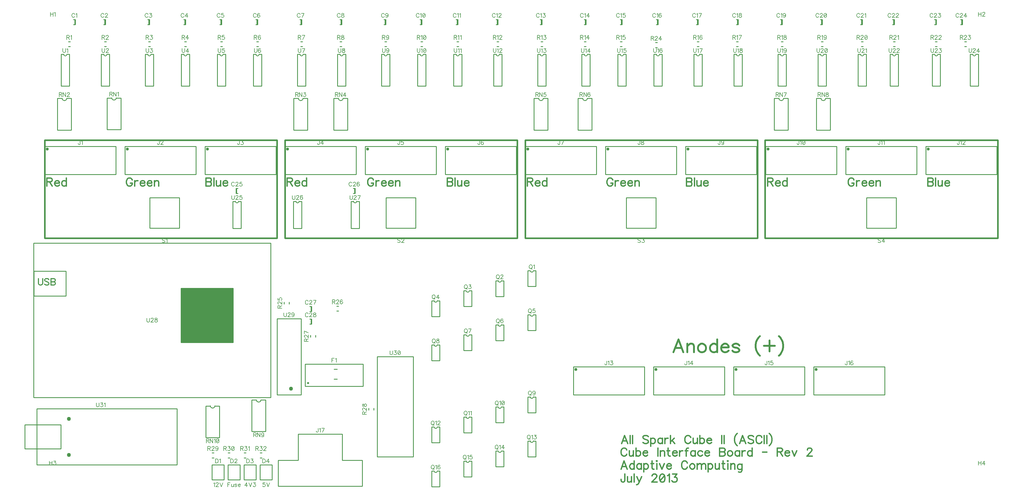
<source format=gbr>
G04 DipTrace 2.3.0.3*
%INTopSilk.gbr*%
%MOIN*%
%ADD10C,0.0098*%
%ADD15C,0.025*%
%ADD17C,0.05*%
%ADD19C,0.02*%
%ADD24C,0.0375*%
%ADD83C,0.0077*%
%ADD84C,0.0154*%
%ADD85C,0.0247*%
%ADD86C,0.0124*%
%FSLAX44Y44*%
G04*
G70*
G90*
G75*
G01*
%LNTopSilk*%
%LPD*%
X8682Y63005D2*
D10*
Y62375D1*
X8757Y63005D2*
Y62375D1*
Y63005D2*
X8521D1*
X8757Y62375D2*
X8521D1*
X12432Y63005D2*
Y62375D1*
X12507Y63005D2*
Y62375D1*
Y63005D2*
X12271D1*
X12507Y62375D2*
X12271D1*
X17932Y63005D2*
Y62375D1*
X18007Y63005D2*
Y62375D1*
Y63005D2*
X17771D1*
X18007Y62375D2*
X17771D1*
X22432Y63005D2*
Y62375D1*
X22507Y63005D2*
Y62375D1*
Y63005D2*
X22271D1*
X22507Y62375D2*
X22271D1*
X26932Y63005D2*
Y62375D1*
X27007Y63005D2*
Y62375D1*
Y63005D2*
X26771D1*
X27007Y62375D2*
X26771D1*
X31432Y63005D2*
Y62375D1*
X31507Y63005D2*
Y62375D1*
Y63005D2*
X31271D1*
X31507Y62375D2*
X31271D1*
X36932Y63005D2*
Y62375D1*
X37007Y63005D2*
Y62375D1*
Y63005D2*
X36771D1*
X37007Y62375D2*
X36771D1*
X41932Y63005D2*
Y62375D1*
X42007Y63005D2*
Y62375D1*
Y63005D2*
X41771D1*
X42007Y62375D2*
X41771D1*
X47432Y63005D2*
Y62375D1*
X47507Y63005D2*
Y62375D1*
Y63005D2*
X47271D1*
X47507Y62375D2*
X47271D1*
X51932Y63005D2*
Y62375D1*
X52007Y63005D2*
Y62375D1*
Y63005D2*
X51771D1*
X52007Y62375D2*
X51771D1*
X56432Y63005D2*
Y62375D1*
X56507Y63005D2*
Y62375D1*
Y63005D2*
X56271D1*
X56507Y62375D2*
X56271D1*
X61432Y63005D2*
Y62375D1*
X61507Y63005D2*
Y62375D1*
Y63005D2*
X61271D1*
X61507Y62375D2*
X61271D1*
X66932Y63005D2*
Y62375D1*
X67007Y63005D2*
Y62375D1*
Y63005D2*
X66771D1*
X67007Y62375D2*
X66771D1*
X72432Y63005D2*
Y62375D1*
X72507Y63005D2*
Y62375D1*
Y63005D2*
X72271D1*
X72507Y62375D2*
X72271D1*
X76932Y63005D2*
Y62375D1*
X77007Y63005D2*
Y62375D1*
Y63005D2*
X76771D1*
X77007Y62375D2*
X76771D1*
X81432Y63005D2*
Y62375D1*
X81507Y63005D2*
Y62375D1*
Y63005D2*
X81271D1*
X81507Y62375D2*
X81271D1*
X86432Y63005D2*
Y62375D1*
X86507Y63005D2*
Y62375D1*
Y63005D2*
X86271D1*
X86507Y62375D2*
X86271D1*
X91432Y63005D2*
Y62375D1*
X91507Y63005D2*
Y62375D1*
Y63005D2*
X91271D1*
X91507Y62375D2*
X91271D1*
X96932Y63005D2*
Y62375D1*
X97007Y63005D2*
Y62375D1*
Y63005D2*
X96771D1*
X97007Y62375D2*
X96771D1*
X101932Y63005D2*
Y62375D1*
X102007Y63005D2*
Y62375D1*
Y63005D2*
X101771D1*
X102007Y62375D2*
X101771D1*
X106932Y63005D2*
Y62375D1*
X107007Y63005D2*
Y62375D1*
Y63005D2*
X106771D1*
X107007Y62375D2*
X106771D1*
X110932Y63005D2*
Y62375D1*
X111007Y63005D2*
Y62375D1*
Y63005D2*
X110771D1*
X111007Y62375D2*
X110771D1*
X116182Y63005D2*
Y62375D1*
X116257Y63005D2*
Y62375D1*
Y63005D2*
X116021D1*
X116257Y62375D2*
X116021D1*
X119432Y63005D2*
Y62375D1*
X119507Y63005D2*
Y62375D1*
Y63005D2*
X119271D1*
X119507Y62375D2*
X119271D1*
X28884Y41314D2*
Y41943D1*
X28810Y41314D2*
Y41943D1*
Y41314D2*
X29046D1*
X28810Y41943D2*
X29046D1*
X43619D2*
Y41314D1*
X43694Y41943D2*
Y41314D1*
Y41943D2*
X43458D1*
X43694Y41314D2*
X43458D1*
X38182Y27192D2*
Y26563D1*
X38257Y27192D2*
Y26563D1*
Y27192D2*
X38021D1*
X38257Y26563D2*
X38021D1*
X38182Y25630D2*
Y25000D1*
X38257Y25630D2*
Y25000D1*
Y25630D2*
X38021D1*
X38257Y25000D2*
X38021D1*
X27315Y5565D2*
X25815D1*
Y7440D1*
X27315D1*
Y5565D1*
X29315D2*
X27815D1*
Y7440D1*
X29315D1*
Y5565D1*
X31315D2*
X29815D1*
Y7440D1*
X31315D1*
Y5565D1*
X33315D2*
X31815D1*
Y7440D1*
X33315D1*
Y5565D1*
X37440Y20003D2*
X44690D1*
Y17253D1*
X37440D1*
Y20003D1*
D15*
X37815Y17628D3*
X41066Y19378D2*
D10*
X41441D1*
X41066Y18128D2*
X41441D1*
X41191D2*
D3*
X4940Y47165D2*
X13815D1*
Y43665D1*
X4940D1*
Y47165D1*
D24*
X5252Y46852D3*
X14940Y47165D2*
D10*
X23815D1*
Y43665D1*
X14940D1*
Y47165D1*
D24*
X15252Y46852D3*
X24940Y47165D2*
D10*
X33815D1*
Y43665D1*
X24940D1*
Y47165D1*
D24*
X25252Y46852D3*
X34940Y47165D2*
D10*
X43815D1*
Y43665D1*
X34940D1*
Y47165D1*
D24*
X35252Y46852D3*
X44940Y47165D2*
D10*
X53815D1*
Y43665D1*
X44940D1*
Y47165D1*
D24*
X45252Y46852D3*
X54940Y47165D2*
D10*
X63815D1*
Y43665D1*
X54940D1*
Y47165D1*
D24*
X55252Y46852D3*
X64940Y47165D2*
D10*
X73815D1*
Y43665D1*
X64940D1*
Y47165D1*
D24*
X65252Y46852D3*
X74940Y47165D2*
D10*
X83815D1*
Y43665D1*
X74940D1*
Y47165D1*
D24*
X75252Y46852D3*
X84940Y47165D2*
D10*
X93815D1*
Y43665D1*
X84940D1*
Y47165D1*
D24*
X85252Y46852D3*
X94940Y47165D2*
D10*
X103815D1*
Y43665D1*
X94940D1*
Y47165D1*
D24*
X95252Y46852D3*
X104940Y47165D2*
D10*
X113815D1*
Y43665D1*
X104940D1*
Y47165D1*
D24*
X105252Y46852D3*
X114940Y47165D2*
D10*
X123815D1*
Y43665D1*
X114940D1*
Y47165D1*
D24*
X115252Y46852D3*
X70940Y19665D2*
D10*
X79815D1*
Y16165D1*
X70940D1*
Y19665D1*
D24*
X71252Y19352D3*
X80940Y19665D2*
D10*
X89815D1*
Y16165D1*
X80940D1*
Y19665D1*
D24*
X81252Y19352D3*
X90940Y19665D2*
D10*
X99815D1*
Y16165D1*
X90940D1*
Y19665D1*
D24*
X91252Y19352D3*
X100940Y19665D2*
D10*
X109815D1*
Y16165D1*
X100940D1*
Y19665D1*
D24*
X101252Y19352D3*
X36594Y8023D2*
D10*
X34094D1*
X36594D2*
Y11022D1*
X42093Y11273D2*
Y8023D1*
Y11273D2*
X36594D1*
X34094Y8023D2*
Y4773D1*
X44594D1*
Y8023D1*
X42093D1*
X36594Y11022D2*
Y11273D1*
X65241Y31674D2*
Y29706D1*
X66265Y31674D2*
Y29706D1*
X65241D2*
X66265D1*
X65556Y31674D2*
X65241D1*
X65950D2*
X66265D1*
X65556D2*
G03X65950Y31674I197J0D01*
G01*
X61241Y30424D2*
Y28456D1*
X62265Y30424D2*
Y28456D1*
X61241D2*
X62265D1*
X61556Y30424D2*
X61241D1*
X61950D2*
X62265D1*
X61556D2*
G03X61950Y30424I197J0D01*
G01*
X57241Y29174D2*
Y27206D1*
X58265Y29174D2*
Y27206D1*
X57241D2*
X58265D1*
X57556Y29174D2*
X57241D1*
X57950D2*
X58265D1*
X57556D2*
G03X57950Y29174I197J0D01*
G01*
X53241Y27924D2*
Y25956D1*
X54265Y27924D2*
Y25956D1*
X53241D2*
X54265D1*
X53556Y27924D2*
X53241D1*
X53950D2*
X54265D1*
X53556D2*
G03X53950Y27924I197J0D01*
G01*
X65241Y26174D2*
Y24206D1*
X66265Y26174D2*
Y24206D1*
X65241D2*
X66265D1*
X65556Y26174D2*
X65241D1*
X65950D2*
X66265D1*
X65556D2*
G03X65950Y26174I197J0D01*
G01*
X61241Y24924D2*
Y22956D1*
X62265Y24924D2*
Y22956D1*
X61241D2*
X62265D1*
X61556Y24924D2*
X61241D1*
X61950D2*
X62265D1*
X61556D2*
G03X61950Y24924I197J0D01*
G01*
X57241Y23674D2*
Y21706D1*
X58265Y23674D2*
Y21706D1*
X57241D2*
X58265D1*
X57556Y23674D2*
X57241D1*
X57950D2*
X58265D1*
X57556D2*
G03X57950Y23674I197J0D01*
G01*
X53241Y22424D2*
Y20456D1*
X54265Y22424D2*
Y20456D1*
X53241D2*
X54265D1*
X53556Y22424D2*
X53241D1*
X53950D2*
X54265D1*
X53556D2*
G03X53950Y22424I197J0D01*
G01*
X65241Y15924D2*
Y13956D1*
X66265Y15924D2*
Y13956D1*
X65241D2*
X66265D1*
X65556Y15924D2*
X65241D1*
X65950D2*
X66265D1*
X65556D2*
G03X65950Y15924I197J0D01*
G01*
X61241Y14674D2*
Y12706D1*
X62265Y14674D2*
Y12706D1*
X61241D2*
X62265D1*
X61556Y14674D2*
X61241D1*
X61950D2*
X62265D1*
X61556D2*
G03X61950Y14674I197J0D01*
G01*
X57241Y13424D2*
Y11456D1*
X58265Y13424D2*
Y11456D1*
X57241D2*
X58265D1*
X57556Y13424D2*
X57241D1*
X57950D2*
X58265D1*
X57556D2*
G03X57950Y13424I197J0D01*
G01*
X53241Y12174D2*
Y10206D1*
X54265Y12174D2*
Y10206D1*
X53241D2*
X54265D1*
X53556Y12174D2*
X53241D1*
X53950D2*
X54265D1*
X53556D2*
G03X53950Y12174I197J0D01*
G01*
X65241Y10424D2*
Y8456D1*
X66265Y10424D2*
Y8456D1*
X65241D2*
X66265D1*
X65556Y10424D2*
X65241D1*
X65950D2*
X66265D1*
X65556D2*
G03X65950Y10424I197J0D01*
G01*
X61241Y9174D2*
Y7206D1*
X62265Y9174D2*
Y7206D1*
X61241D2*
X62265D1*
X61556Y9174D2*
X61241D1*
X61950D2*
X62265D1*
X61556D2*
G03X61950Y9174I197J0D01*
G01*
X57241Y7924D2*
Y5956D1*
X58265Y7924D2*
Y5956D1*
X57241D2*
X58265D1*
X57556Y7924D2*
X57241D1*
X57950D2*
X58265D1*
X57556D2*
G03X57950Y7924I197J0D01*
G01*
X53241Y6674D2*
Y4706D1*
X54265Y6674D2*
Y4706D1*
X53241D2*
X54265D1*
X53556Y6674D2*
X53241D1*
X53950D2*
X54265D1*
X53556D2*
G03X53950Y6674I197J0D01*
G01*
X7873Y59625D2*
X8109D1*
X7873Y60255D2*
X8109D1*
X12373Y59625D2*
X12609D1*
X12373Y60255D2*
X12609D1*
X17873Y59625D2*
X18109D1*
X17873Y60255D2*
X18109D1*
X22373Y59625D2*
X22609D1*
X22373Y60255D2*
X22609D1*
X26873Y59625D2*
X27109D1*
X26873Y60255D2*
X27109D1*
X31373Y59625D2*
X31609D1*
X31373Y60255D2*
X31609D1*
X36873Y59625D2*
X37109D1*
X36873Y60255D2*
X37109D1*
X41771Y59625D2*
X42007D1*
X41771Y60255D2*
X42007D1*
X47373Y59625D2*
X47609D1*
X47373Y60255D2*
X47609D1*
X51873Y59625D2*
X52109D1*
X51873Y60255D2*
X52109D1*
X56373Y59625D2*
X56609D1*
X56373Y60255D2*
X56609D1*
X61373Y59625D2*
X61609D1*
X61373Y60255D2*
X61609D1*
X66873Y59625D2*
X67109D1*
X66873Y60255D2*
X67109D1*
X72271Y59625D2*
X72507D1*
X72271Y60255D2*
X72507D1*
X76771Y59625D2*
X77007D1*
X76771Y60255D2*
X77007D1*
X86373Y59625D2*
X86609D1*
X86373Y60255D2*
X86609D1*
X91271Y59625D2*
X91507D1*
X91271Y60255D2*
X91507D1*
X96873Y59625D2*
X97109D1*
X96873Y60255D2*
X97109D1*
X101873Y59625D2*
X102109D1*
X101873Y60255D2*
X102109D1*
X106873Y59625D2*
X107109D1*
X106873Y60255D2*
X107109D1*
X110873Y59625D2*
X111109D1*
X110873Y60255D2*
X111109D1*
X116123Y59625D2*
X116359D1*
X116123Y60255D2*
X116359D1*
X119772Y59625D2*
X120008D1*
X119772Y60255D2*
X120008D1*
X81188Y59504D2*
X81424D1*
X81188Y60133D2*
X81424D1*
X34813Y27757D2*
Y27521D1*
X35442Y27757D2*
Y27521D1*
X41373Y26625D2*
X41609D1*
X41373Y27255D2*
X41609D1*
X38755Y23373D2*
Y23609D1*
X38125Y23373D2*
Y23609D1*
X45375Y14507D2*
Y14271D1*
X46005Y14507D2*
Y14271D1*
X25822Y8324D2*
X26058D1*
X25822Y8953D2*
X26058D1*
X27822Y8324D2*
X28058D1*
X27822Y8953D2*
X28058D1*
X29822Y8324D2*
X30058D1*
X29822Y8953D2*
X30058D1*
X31822Y8324D2*
X32058D1*
X31822Y8953D2*
X32058D1*
X12718Y53221D2*
Y49284D1*
X14450Y53221D2*
Y49284D1*
X12718D2*
X14450D1*
X12718Y53221D2*
X13308D1*
X13860D2*
X14450D1*
X13308D2*
G03X13860Y53221I276J1D01*
G01*
X6531Y53158D2*
Y49222D1*
X8263Y53158D2*
Y49222D1*
X6531D2*
X8263D1*
X6531Y53158D2*
X7121D1*
X7672D2*
X8263D1*
X7121D2*
G03X7672Y53158I276J1D01*
G01*
X36031D2*
Y49222D1*
X37763Y53158D2*
Y49222D1*
X36031D2*
X37763D1*
X36031Y53158D2*
X36621D1*
X37172D2*
X37763D1*
X36621D2*
G03X37172Y53158I276J1D01*
G01*
X41031D2*
Y49222D1*
X42763Y53158D2*
Y49222D1*
X41031D2*
X42763D1*
X41031Y53158D2*
X41621D1*
X42172D2*
X42763D1*
X41621D2*
G03X42172Y53158I276J1D01*
G01*
X66031D2*
Y49222D1*
X67763Y53158D2*
Y49222D1*
X66031D2*
X67763D1*
X66031Y53158D2*
X66621D1*
X67172D2*
X67763D1*
X66621D2*
G03X67172Y53158I276J1D01*
G01*
X71531D2*
Y49222D1*
X73263Y53158D2*
Y49222D1*
X71531D2*
X73263D1*
X71531Y53158D2*
X72121D1*
X72672D2*
X73263D1*
X72121D2*
G03X72672Y53158I276J1D01*
G01*
X96031D2*
Y49222D1*
X97763Y53158D2*
Y49222D1*
X96031D2*
X97763D1*
X96031Y53158D2*
X96621D1*
X97172D2*
X97763D1*
X96621D2*
G03X97172Y53158I276J1D01*
G01*
X101281D2*
Y49222D1*
X103013Y53158D2*
Y49222D1*
X101281D2*
X103013D1*
X101281Y53158D2*
X101871D1*
X102422D2*
X103013D1*
X101871D2*
G03X102422Y53158I276J1D01*
G01*
X30781Y15533D2*
Y11597D1*
X32513Y15533D2*
Y11597D1*
X30781D2*
X32513D1*
X30781Y15533D2*
X31371D1*
X31922D2*
X32513D1*
X31371D2*
G03X31922Y15533I276J1D01*
G01*
X25034Y14788D2*
Y10852D1*
X26766Y14788D2*
Y10852D1*
X25034D2*
X26766D1*
X25034Y14788D2*
X25624D1*
X26176D2*
X26766D1*
X25624D2*
G03X26176Y14788I276J1D01*
G01*
X18065Y40780D2*
X21751D1*
Y36976D1*
X18065D1*
Y40780D1*
X47565D2*
X51251D1*
Y36976D1*
X47565D1*
Y40780D1*
X77565D2*
X81251D1*
Y36976D1*
X77565D1*
Y40780D1*
X107565D2*
X111251D1*
Y36976D1*
X107565D1*
Y40780D1*
X6991Y58658D2*
Y54722D1*
X8015Y58658D2*
Y54722D1*
X6991D2*
X8015D1*
X6991Y58658D2*
X7306D1*
X7700D2*
X8015D1*
X7306D2*
G03X7700Y58658I197J0D01*
G01*
X11991D2*
Y54722D1*
X13015Y58658D2*
Y54722D1*
X11991D2*
X13015D1*
X11991Y58658D2*
X12306D1*
X12700D2*
X13015D1*
X12306D2*
G03X12700Y58658I197J0D01*
G01*
X17491D2*
Y54722D1*
X18515Y58658D2*
Y54722D1*
X17491D2*
X18515D1*
X17491Y58658D2*
X17806D1*
X18200D2*
X18515D1*
X17806D2*
G03X18200Y58658I197J0D01*
G01*
X21991D2*
Y54722D1*
X23015Y58658D2*
Y54722D1*
X21991D2*
X23015D1*
X21991Y58658D2*
X22306D1*
X22700D2*
X23015D1*
X22306D2*
G03X22700Y58658I197J0D01*
G01*
X26491D2*
Y54722D1*
X27515Y58658D2*
Y54722D1*
X26491D2*
X27515D1*
X26491Y58658D2*
X26806D1*
X27200D2*
X27515D1*
X26806D2*
G03X27200Y58658I197J0D01*
G01*
X30991D2*
Y54722D1*
X32015Y58658D2*
Y54722D1*
X30991D2*
X32015D1*
X30991Y58658D2*
X31306D1*
X31700D2*
X32015D1*
X31306D2*
G03X31700Y58658I197J0D01*
G01*
X36491D2*
Y54722D1*
X37515Y58658D2*
Y54722D1*
X36491D2*
X37515D1*
X36491Y58658D2*
X36806D1*
X37200D2*
X37515D1*
X36806D2*
G03X37200Y58658I197J0D01*
G01*
X41491D2*
Y54722D1*
X42515Y58658D2*
Y54722D1*
X41491D2*
X42515D1*
X41491Y58658D2*
X41806D1*
X42200D2*
X42515D1*
X41806D2*
G03X42200Y58658I197J0D01*
G01*
X46991D2*
Y54722D1*
X48015Y58658D2*
Y54722D1*
X46991D2*
X48015D1*
X46991Y58658D2*
X47306D1*
X47700D2*
X48015D1*
X47306D2*
G03X47700Y58658I197J0D01*
G01*
X51491D2*
Y54722D1*
X52515Y58658D2*
Y54722D1*
X51491D2*
X52515D1*
X51491Y58658D2*
X51806D1*
X52200D2*
X52515D1*
X51806D2*
G03X52200Y58658I197J0D01*
G01*
X55991D2*
Y54722D1*
X57015Y58658D2*
Y54722D1*
X55991D2*
X57015D1*
X55991Y58658D2*
X56306D1*
X56700D2*
X57015D1*
X56306D2*
G03X56700Y58658I197J0D01*
G01*
X60991D2*
Y54722D1*
X62015Y58658D2*
Y54722D1*
X60991D2*
X62015D1*
X60991Y58658D2*
X61306D1*
X61700D2*
X62015D1*
X61306D2*
G03X61700Y58658I197J0D01*
G01*
X66491D2*
Y54722D1*
X67515Y58658D2*
Y54722D1*
X66491D2*
X67515D1*
X66491Y58658D2*
X66806D1*
X67200D2*
X67515D1*
X66806D2*
G03X67200Y58658I197J0D01*
G01*
X71991D2*
Y54722D1*
X73015Y58658D2*
Y54722D1*
X71991D2*
X73015D1*
X71991Y58658D2*
X72306D1*
X72700D2*
X73015D1*
X72306D2*
G03X72700Y58658I197J0D01*
G01*
X76491D2*
Y54722D1*
X77515Y58658D2*
Y54722D1*
X76491D2*
X77515D1*
X76491Y58658D2*
X76806D1*
X77200D2*
X77515D1*
X76806D2*
G03X77200Y58658I197J0D01*
G01*
X80991D2*
Y54722D1*
X82015Y58658D2*
Y54722D1*
X80991D2*
X82015D1*
X80991Y58658D2*
X81306D1*
X81700D2*
X82015D1*
X81306D2*
G03X81700Y58658I197J0D01*
G01*
X85991D2*
Y54722D1*
X87015Y58658D2*
Y54722D1*
X85991D2*
X87015D1*
X85991Y58658D2*
X86306D1*
X86700D2*
X87015D1*
X86306D2*
G03X86700Y58658I197J0D01*
G01*
X90991D2*
Y54722D1*
X92015Y58658D2*
Y54722D1*
X90991D2*
X92015D1*
X90991Y58658D2*
X91306D1*
X91700D2*
X92015D1*
X91306D2*
G03X91700Y58658I197J0D01*
G01*
X96491D2*
Y54722D1*
X97515Y58658D2*
Y54722D1*
X96491D2*
X97515D1*
X96491Y58658D2*
X96806D1*
X97200D2*
X97515D1*
X96806D2*
G03X97200Y58658I197J0D01*
G01*
X101491D2*
Y54722D1*
X102515Y58658D2*
Y54722D1*
X101491D2*
X102515D1*
X101491Y58658D2*
X101806D1*
X102200D2*
X102515D1*
X101806D2*
G03X102200Y58658I197J0D01*
G01*
X106491D2*
Y54722D1*
X107515Y58658D2*
Y54722D1*
X106491D2*
X107515D1*
X106491Y58658D2*
X106806D1*
X107200D2*
X107515D1*
X106806D2*
G03X107200Y58658I197J0D01*
G01*
X110491D2*
Y54722D1*
X111515Y58658D2*
Y54722D1*
X110491D2*
X111515D1*
X110491Y58658D2*
X110806D1*
X111200D2*
X111515D1*
X110806D2*
G03X111200Y58658I197J0D01*
G01*
X115741D2*
Y54722D1*
X116765Y58658D2*
Y54722D1*
X115741D2*
X116765D1*
X115741Y58658D2*
X116056D1*
X116450D2*
X116765D1*
X116056D2*
G03X116450Y58658I197J0D01*
G01*
X120491D2*
Y54722D1*
X121515Y58658D2*
Y54722D1*
X120491D2*
X121515D1*
X120491Y58658D2*
X120806D1*
X121200D2*
X121515D1*
X120806D2*
G03X121200Y58658I197J0D01*
G01*
X28428Y40321D2*
Y36935D1*
X29451Y40321D2*
Y36935D1*
X28428D2*
X29451D1*
X28428Y40321D2*
X28743D1*
X29137D2*
X29451D1*
X28743D2*
G03X29137Y40321I197J0D01*
G01*
X35991D2*
Y36935D1*
X37014Y40321D2*
Y36935D1*
X35991D2*
X37014D1*
X35991Y40321D2*
X36305D1*
X36699D2*
X37014D1*
X36305D2*
G03X36699Y40321I197J0D01*
G01*
X43178D2*
Y36935D1*
X44202Y40321D2*
Y36935D1*
X43178D2*
X44202D1*
X43178Y40321D2*
X43493D1*
X43887D2*
X44202D1*
X43493D2*
G03X43887Y40321I197J0D01*
G01*
X3540Y35105D2*
X33160D1*
Y15835D1*
X3540D1*
Y35105D1*
X21940Y29470D2*
X28439D1*
Y22720D1*
X21940D1*
Y29470D1*
G36*
D2*
X28439D1*
Y22720D1*
X21940D1*
Y29470D1*
G37*
X3581Y31600D2*
D10*
X7589D1*
Y28511D1*
X3581D1*
Y31600D1*
X33940Y16190D2*
X36940D1*
Y25690D1*
X33940D1*
Y16190D1*
D17*
X35690Y16940D3*
X46440Y8440D2*
D10*
X50940D1*
Y20940D1*
X46440D1*
Y8440D1*
X3939Y14440D2*
X21440D1*
Y7440D1*
X3939D1*
Y14440D1*
X2440Y12440D2*
X6939D1*
Y9440D1*
X2440D1*
Y12440D1*
D17*
X7940Y8690D3*
Y13190D3*
X4940Y47940D2*
D19*
X33938D1*
Y35691D1*
X4940D1*
Y47940D1*
X34940D2*
X63941D1*
Y35691D1*
X34940D1*
Y47940D1*
X64941D2*
X93940D1*
Y35691D1*
X64941D1*
Y47940D1*
X94881D2*
X123940D1*
Y35691D1*
X94881D1*
Y47940D1*
X8681Y63657D2*
D83*
X8657Y63705D1*
X8609Y63753D1*
X8562Y63777D1*
X8466D1*
X8418Y63753D1*
X8370Y63705D1*
X8346Y63657D1*
X8322Y63585D1*
Y63465D1*
X8346Y63394D1*
X8370Y63346D1*
X8418Y63298D1*
X8466Y63274D1*
X8562D1*
X8609Y63298D1*
X8657Y63346D1*
X8681Y63394D1*
X8835Y63680D2*
X8883Y63705D1*
X8955Y63776D1*
Y63274D1*
X12324Y63657D2*
X12300Y63705D1*
X12252Y63753D1*
X12204Y63777D1*
X12109D1*
X12060Y63753D1*
X12013Y63705D1*
X11989Y63657D1*
X11965Y63585D1*
Y63465D1*
X11989Y63394D1*
X12013Y63346D1*
X12060Y63298D1*
X12109Y63274D1*
X12204D1*
X12252Y63298D1*
X12300Y63346D1*
X12324Y63394D1*
X12502Y63657D2*
Y63680D1*
X12526Y63728D1*
X12550Y63752D1*
X12598Y63776D1*
X12693D1*
X12741Y63752D1*
X12765Y63728D1*
X12789Y63680D1*
Y63633D1*
X12765Y63585D1*
X12717Y63513D1*
X12478Y63274D1*
X12813D1*
X17824Y63657D2*
X17800Y63705D1*
X17752Y63753D1*
X17704Y63777D1*
X17609D1*
X17560Y63753D1*
X17513Y63705D1*
X17489Y63657D1*
X17465Y63585D1*
Y63465D1*
X17489Y63394D1*
X17513Y63346D1*
X17560Y63298D1*
X17609Y63274D1*
X17704D1*
X17752Y63298D1*
X17800Y63346D1*
X17824Y63394D1*
X18026Y63776D2*
X18289D1*
X18145Y63585D1*
X18217D1*
X18265Y63561D1*
X18289Y63537D1*
X18313Y63465D1*
Y63418D1*
X18289Y63346D1*
X18241Y63298D1*
X18169Y63274D1*
X18097D1*
X18026Y63298D1*
X18002Y63322D1*
X17978Y63370D1*
X22312Y63657D2*
X22288Y63705D1*
X22240Y63753D1*
X22192Y63777D1*
X22097D1*
X22049Y63753D1*
X22001Y63705D1*
X21977Y63657D1*
X21953Y63585D1*
Y63465D1*
X21977Y63394D1*
X22001Y63346D1*
X22049Y63298D1*
X22097Y63274D1*
X22192D1*
X22240Y63298D1*
X22288Y63346D1*
X22312Y63394D1*
X22705Y63274D2*
Y63776D1*
X22466Y63442D1*
X22825D1*
X26824Y63657D2*
X26800Y63705D1*
X26752Y63753D1*
X26704Y63777D1*
X26609D1*
X26560Y63753D1*
X26513Y63705D1*
X26489Y63657D1*
X26465Y63585D1*
Y63465D1*
X26489Y63394D1*
X26513Y63346D1*
X26560Y63298D1*
X26609Y63274D1*
X26704D1*
X26752Y63298D1*
X26800Y63346D1*
X26824Y63394D1*
X27265Y63776D2*
X27026D1*
X27002Y63561D1*
X27026Y63585D1*
X27098Y63609D1*
X27169D1*
X27241Y63585D1*
X27289Y63537D1*
X27313Y63465D1*
Y63418D1*
X27289Y63346D1*
X27241Y63298D1*
X27169Y63274D1*
X27098D1*
X27026Y63298D1*
X27002Y63322D1*
X26978Y63370D1*
X31336Y63657D2*
X31312Y63705D1*
X31264Y63753D1*
X31216Y63777D1*
X31121D1*
X31073Y63753D1*
X31025Y63705D1*
X31001Y63657D1*
X30977Y63585D1*
Y63465D1*
X31001Y63394D1*
X31025Y63346D1*
X31073Y63298D1*
X31121Y63274D1*
X31216D1*
X31264Y63298D1*
X31312Y63346D1*
X31336Y63394D1*
X31777Y63705D2*
X31753Y63752D1*
X31681Y63776D1*
X31634D1*
X31562Y63752D1*
X31514Y63680D1*
X31490Y63561D1*
Y63442D1*
X31514Y63346D1*
X31562Y63298D1*
X31634Y63274D1*
X31658D1*
X31729Y63298D1*
X31777Y63346D1*
X31801Y63418D1*
Y63442D1*
X31777Y63513D1*
X31729Y63561D1*
X31658Y63585D1*
X31634D1*
X31562Y63561D1*
X31514Y63513D1*
X31490Y63442D1*
X36824Y63657D2*
X36800Y63705D1*
X36752Y63753D1*
X36704Y63777D1*
X36609D1*
X36560Y63753D1*
X36513Y63705D1*
X36489Y63657D1*
X36465Y63585D1*
Y63465D1*
X36489Y63394D1*
X36513Y63346D1*
X36560Y63298D1*
X36609Y63274D1*
X36704D1*
X36752Y63298D1*
X36800Y63346D1*
X36824Y63394D1*
X37074Y63274D2*
X37313Y63776D1*
X36978D1*
X41824Y63657D2*
X41800Y63705D1*
X41752Y63753D1*
X41704Y63777D1*
X41609D1*
X41561Y63753D1*
X41513Y63705D1*
X41489Y63657D1*
X41465Y63585D1*
Y63465D1*
X41489Y63394D1*
X41513Y63346D1*
X41561Y63298D1*
X41609Y63274D1*
X41704D1*
X41752Y63298D1*
X41800Y63346D1*
X41824Y63394D1*
X42098Y63776D2*
X42026Y63752D1*
X42002Y63705D1*
Y63657D1*
X42026Y63609D1*
X42074Y63585D1*
X42169Y63561D1*
X42241Y63537D1*
X42289Y63489D1*
X42313Y63442D1*
Y63370D1*
X42289Y63322D1*
X42265Y63298D1*
X42193Y63274D1*
X42098D1*
X42026Y63298D1*
X42002Y63322D1*
X41978Y63370D1*
Y63442D1*
X42002Y63489D1*
X42050Y63537D1*
X42121Y63561D1*
X42217Y63585D1*
X42265Y63609D1*
X42289Y63657D1*
Y63705D1*
X42265Y63752D1*
X42193Y63776D1*
X42098D1*
X47335Y63657D2*
X47312Y63705D1*
X47264Y63753D1*
X47216Y63777D1*
X47120D1*
X47072Y63753D1*
X47025Y63705D1*
X47000Y63657D1*
X46977Y63585D1*
Y63465D1*
X47000Y63394D1*
X47025Y63346D1*
X47072Y63298D1*
X47120Y63274D1*
X47216D1*
X47264Y63298D1*
X47312Y63346D1*
X47335Y63394D1*
X47801Y63609D2*
X47777Y63537D1*
X47729Y63489D1*
X47657Y63465D1*
X47633D1*
X47562Y63489D1*
X47514Y63537D1*
X47490Y63609D1*
Y63633D1*
X47514Y63705D1*
X47562Y63752D1*
X47633Y63776D1*
X47657D1*
X47729Y63752D1*
X47777Y63705D1*
X47801Y63609D1*
Y63489D1*
X47777Y63370D1*
X47729Y63298D1*
X47657Y63274D1*
X47610D1*
X47538Y63298D1*
X47514Y63346D1*
X51686Y63657D2*
X51663Y63705D1*
X51614Y63753D1*
X51567Y63777D1*
X51471D1*
X51423Y63753D1*
X51376Y63705D1*
X51351Y63657D1*
X51328Y63585D1*
Y63465D1*
X51351Y63394D1*
X51376Y63346D1*
X51423Y63298D1*
X51471Y63274D1*
X51567D1*
X51614Y63298D1*
X51663Y63346D1*
X51686Y63394D1*
X51841Y63680D2*
X51889Y63705D1*
X51961Y63776D1*
Y63274D1*
X52259Y63776D2*
X52187Y63752D1*
X52139Y63680D1*
X52115Y63561D1*
Y63489D1*
X52139Y63370D1*
X52187Y63298D1*
X52259Y63274D1*
X52306D1*
X52378Y63298D1*
X52426Y63370D1*
X52450Y63489D1*
Y63561D1*
X52426Y63680D1*
X52378Y63752D1*
X52306Y63776D1*
X52259D1*
X52426Y63680D2*
X52139Y63370D1*
X56294Y63657D2*
X56270Y63705D1*
X56222Y63753D1*
X56174Y63777D1*
X56079D1*
X56031Y63753D1*
X55983Y63705D1*
X55959Y63657D1*
X55935Y63585D1*
Y63465D1*
X55959Y63394D1*
X55983Y63346D1*
X56031Y63298D1*
X56079Y63274D1*
X56174D1*
X56222Y63298D1*
X56270Y63346D1*
X56294Y63394D1*
X56448Y63680D2*
X56496Y63705D1*
X56568Y63776D1*
Y63274D1*
X56723Y63680D2*
X56771Y63705D1*
X56842Y63776D1*
Y63274D1*
X61186Y63657D2*
X61163Y63705D1*
X61114Y63753D1*
X61067Y63777D1*
X60971D1*
X60923Y63753D1*
X60876Y63705D1*
X60851Y63657D1*
X60828Y63585D1*
Y63465D1*
X60851Y63394D1*
X60876Y63346D1*
X60923Y63298D1*
X60971Y63274D1*
X61067D1*
X61114Y63298D1*
X61163Y63346D1*
X61186Y63394D1*
X61341Y63680D2*
X61389Y63705D1*
X61461Y63776D1*
Y63274D1*
X61639Y63657D2*
Y63680D1*
X61663Y63728D1*
X61687Y63752D1*
X61735Y63776D1*
X61831D1*
X61878Y63752D1*
X61902Y63728D1*
X61926Y63680D1*
Y63633D1*
X61902Y63585D1*
X61854Y63513D1*
X61615Y63274D1*
X61950D1*
X66686Y63657D2*
X66663Y63705D1*
X66614Y63753D1*
X66567Y63777D1*
X66471D1*
X66423Y63753D1*
X66376Y63705D1*
X66351Y63657D1*
X66328Y63585D1*
Y63465D1*
X66351Y63394D1*
X66376Y63346D1*
X66423Y63298D1*
X66471Y63274D1*
X66567D1*
X66614Y63298D1*
X66663Y63346D1*
X66686Y63394D1*
X66841Y63680D2*
X66889Y63705D1*
X66961Y63776D1*
Y63274D1*
X67163Y63776D2*
X67426D1*
X67283Y63585D1*
X67354D1*
X67402Y63561D1*
X67426Y63537D1*
X67450Y63465D1*
Y63418D1*
X67426Y63346D1*
X67378Y63298D1*
X67306Y63274D1*
X67234D1*
X67163Y63298D1*
X67139Y63322D1*
X67115Y63370D1*
X72174Y63657D2*
X72151Y63705D1*
X72103Y63753D1*
X72055Y63777D1*
X71959D1*
X71911Y63753D1*
X71864Y63705D1*
X71840Y63657D1*
X71816Y63585D1*
Y63465D1*
X71840Y63394D1*
X71864Y63346D1*
X71911Y63298D1*
X71959Y63274D1*
X72055D1*
X72103Y63298D1*
X72151Y63346D1*
X72174Y63394D1*
X72329Y63680D2*
X72377Y63705D1*
X72449Y63776D1*
Y63274D1*
X72842D2*
Y63776D1*
X72603Y63442D1*
X72962D1*
X76686Y63657D2*
X76663Y63705D1*
X76614Y63753D1*
X76567Y63777D1*
X76471D1*
X76423Y63753D1*
X76376Y63705D1*
X76351Y63657D1*
X76328Y63585D1*
Y63465D1*
X76351Y63394D1*
X76376Y63346D1*
X76423Y63298D1*
X76471Y63274D1*
X76567D1*
X76614Y63298D1*
X76663Y63346D1*
X76686Y63394D1*
X76841Y63680D2*
X76889Y63705D1*
X76961Y63776D1*
Y63274D1*
X77402Y63776D2*
X77163D1*
X77139Y63561D1*
X77163Y63585D1*
X77235Y63609D1*
X77306D1*
X77378Y63585D1*
X77426Y63537D1*
X77450Y63465D1*
Y63418D1*
X77426Y63346D1*
X77378Y63298D1*
X77306Y63274D1*
X77235D1*
X77163Y63298D1*
X77139Y63322D1*
X77115Y63370D1*
X81199Y63657D2*
X81175Y63705D1*
X81127Y63753D1*
X81079Y63777D1*
X80984D1*
X80935Y63753D1*
X80888Y63705D1*
X80864Y63657D1*
X80840Y63585D1*
Y63465D1*
X80864Y63394D1*
X80888Y63346D1*
X80935Y63298D1*
X80984Y63274D1*
X81079D1*
X81127Y63298D1*
X81175Y63346D1*
X81199Y63394D1*
X81353Y63680D2*
X81401Y63705D1*
X81473Y63776D1*
Y63274D1*
X81914Y63705D2*
X81890Y63752D1*
X81818Y63776D1*
X81771D1*
X81699Y63752D1*
X81651Y63680D1*
X81627Y63561D1*
Y63442D1*
X81651Y63346D1*
X81699Y63298D1*
X81771Y63274D1*
X81795D1*
X81866Y63298D1*
X81914Y63346D1*
X81938Y63418D1*
Y63442D1*
X81914Y63513D1*
X81866Y63561D1*
X81795Y63585D1*
X81771D1*
X81699Y63561D1*
X81651Y63513D1*
X81627Y63442D1*
X86186Y63657D2*
X86163Y63705D1*
X86114Y63753D1*
X86067Y63777D1*
X85971D1*
X85923Y63753D1*
X85876Y63705D1*
X85851Y63657D1*
X85828Y63585D1*
Y63465D1*
X85851Y63394D1*
X85876Y63346D1*
X85923Y63298D1*
X85971Y63274D1*
X86067D1*
X86114Y63298D1*
X86163Y63346D1*
X86186Y63394D1*
X86341Y63680D2*
X86389Y63705D1*
X86461Y63776D1*
Y63274D1*
X86711D2*
X86950Y63776D1*
X86615D1*
X91187Y63657D2*
X91163Y63705D1*
X91115Y63753D1*
X91067Y63777D1*
X90972D1*
X90924Y63753D1*
X90876Y63705D1*
X90852Y63657D1*
X90828Y63585D1*
Y63465D1*
X90852Y63394D1*
X90876Y63346D1*
X90924Y63298D1*
X90972Y63274D1*
X91067D1*
X91115Y63298D1*
X91163Y63346D1*
X91187Y63394D1*
X91341Y63680D2*
X91389Y63705D1*
X91461Y63776D1*
Y63274D1*
X91735Y63776D2*
X91663Y63752D1*
X91639Y63705D1*
Y63657D1*
X91663Y63609D1*
X91711Y63585D1*
X91807Y63561D1*
X91878Y63537D1*
X91926Y63489D1*
X91950Y63442D1*
Y63370D1*
X91926Y63322D1*
X91902Y63298D1*
X91830Y63274D1*
X91735D1*
X91663Y63298D1*
X91639Y63322D1*
X91615Y63370D1*
Y63442D1*
X91639Y63489D1*
X91687Y63537D1*
X91758Y63561D1*
X91854Y63585D1*
X91902Y63609D1*
X91926Y63657D1*
Y63705D1*
X91902Y63752D1*
X91830Y63776D1*
X91735D1*
X96698Y63657D2*
X96674Y63705D1*
X96626Y63753D1*
X96579Y63777D1*
X96483D1*
X96435Y63753D1*
X96388Y63705D1*
X96363Y63657D1*
X96340Y63585D1*
Y63465D1*
X96363Y63394D1*
X96388Y63346D1*
X96435Y63298D1*
X96483Y63274D1*
X96579D1*
X96626Y63298D1*
X96674Y63346D1*
X96698Y63394D1*
X96853Y63680D2*
X96901Y63705D1*
X96973Y63776D1*
Y63274D1*
X97438Y63609D2*
X97414Y63537D1*
X97366Y63489D1*
X97294Y63465D1*
X97271D1*
X97199Y63489D1*
X97151Y63537D1*
X97127Y63609D1*
Y63633D1*
X97151Y63705D1*
X97199Y63752D1*
X97271Y63776D1*
X97294D1*
X97366Y63752D1*
X97414Y63705D1*
X97438Y63609D1*
Y63489D1*
X97414Y63370D1*
X97366Y63298D1*
X97294Y63274D1*
X97247D1*
X97175Y63298D1*
X97151Y63346D1*
X101579Y63657D2*
X101555Y63705D1*
X101507Y63753D1*
X101459Y63777D1*
X101364D1*
X101316Y63753D1*
X101268Y63705D1*
X101244Y63657D1*
X101220Y63585D1*
Y63465D1*
X101244Y63394D1*
X101268Y63346D1*
X101316Y63298D1*
X101364Y63274D1*
X101459D1*
X101507Y63298D1*
X101555Y63346D1*
X101579Y63394D1*
X101758Y63657D2*
Y63680D1*
X101781Y63728D1*
X101805Y63752D1*
X101853Y63776D1*
X101949D1*
X101996Y63752D1*
X102020Y63728D1*
X102044Y63680D1*
Y63633D1*
X102020Y63585D1*
X101973Y63513D1*
X101733Y63274D1*
X102068D1*
X102366Y63776D2*
X102294Y63752D1*
X102246Y63680D1*
X102223Y63561D1*
Y63489D1*
X102246Y63370D1*
X102294Y63298D1*
X102366Y63274D1*
X102414D1*
X102486Y63298D1*
X102533Y63370D1*
X102557Y63489D1*
Y63561D1*
X102533Y63680D1*
X102486Y63752D1*
X102414Y63776D1*
X102366D1*
X102533Y63680D2*
X102246Y63370D1*
X106686Y63657D2*
X106663Y63705D1*
X106614Y63753D1*
X106567Y63777D1*
X106471D1*
X106423Y63753D1*
X106376Y63705D1*
X106351Y63657D1*
X106328Y63585D1*
Y63465D1*
X106351Y63394D1*
X106376Y63346D1*
X106423Y63298D1*
X106471Y63274D1*
X106567D1*
X106614Y63298D1*
X106663Y63346D1*
X106686Y63394D1*
X106865Y63657D2*
Y63680D1*
X106889Y63728D1*
X106913Y63752D1*
X106961Y63776D1*
X107056D1*
X107104Y63752D1*
X107128Y63728D1*
X107152Y63680D1*
Y63633D1*
X107128Y63585D1*
X107080Y63513D1*
X106841Y63274D1*
X107176D1*
X107330Y63680D2*
X107378Y63705D1*
X107450Y63776D1*
Y63274D1*
X110579Y63657D2*
X110555Y63705D1*
X110507Y63753D1*
X110459Y63777D1*
X110364D1*
X110316Y63753D1*
X110268Y63705D1*
X110244Y63657D1*
X110220Y63585D1*
Y63465D1*
X110244Y63394D1*
X110268Y63346D1*
X110316Y63298D1*
X110364Y63274D1*
X110459D1*
X110507Y63298D1*
X110555Y63346D1*
X110579Y63394D1*
X110758Y63657D2*
Y63680D1*
X110781Y63728D1*
X110805Y63752D1*
X110853Y63776D1*
X110949D1*
X110996Y63752D1*
X111020Y63728D1*
X111044Y63680D1*
Y63633D1*
X111020Y63585D1*
X110973Y63513D1*
X110733Y63274D1*
X111068D1*
X111247Y63657D2*
Y63680D1*
X111271Y63728D1*
X111294Y63752D1*
X111342Y63776D1*
X111438D1*
X111486Y63752D1*
X111509Y63728D1*
X111534Y63680D1*
Y63633D1*
X111509Y63585D1*
X111462Y63513D1*
X111223Y63274D1*
X111557D1*
X115829Y63657D2*
X115805Y63705D1*
X115757Y63753D1*
X115709Y63777D1*
X115614D1*
X115566Y63753D1*
X115518Y63705D1*
X115494Y63657D1*
X115470Y63585D1*
Y63465D1*
X115494Y63394D1*
X115518Y63346D1*
X115566Y63298D1*
X115614Y63274D1*
X115709D1*
X115757Y63298D1*
X115805Y63346D1*
X115829Y63394D1*
X116008Y63657D2*
Y63680D1*
X116031Y63728D1*
X116055Y63752D1*
X116103Y63776D1*
X116199D1*
X116246Y63752D1*
X116270Y63728D1*
X116294Y63680D1*
Y63633D1*
X116270Y63585D1*
X116223Y63513D1*
X115983Y63274D1*
X116318D1*
X116521Y63776D2*
X116783D1*
X116640Y63585D1*
X116712D1*
X116759Y63561D1*
X116783Y63537D1*
X116807Y63465D1*
Y63418D1*
X116783Y63346D1*
X116736Y63298D1*
X116664Y63274D1*
X116592D1*
X116521Y63298D1*
X116497Y63322D1*
X116473Y63370D1*
X119067Y63657D2*
X119043Y63705D1*
X118995Y63753D1*
X118948Y63777D1*
X118852D1*
X118804Y63753D1*
X118756Y63705D1*
X118732Y63657D1*
X118708Y63585D1*
Y63465D1*
X118732Y63394D1*
X118756Y63346D1*
X118804Y63298D1*
X118852Y63274D1*
X118948D1*
X118995Y63298D1*
X119043Y63346D1*
X119067Y63394D1*
X119246Y63657D2*
Y63680D1*
X119269Y63728D1*
X119293Y63752D1*
X119341Y63776D1*
X119437D1*
X119484Y63752D1*
X119508Y63728D1*
X119533Y63680D1*
Y63633D1*
X119508Y63585D1*
X119461Y63513D1*
X119221Y63274D1*
X119556D1*
X119950D2*
Y63776D1*
X119711Y63442D1*
X120069D1*
X28618Y42596D2*
X28594Y42643D1*
X28546Y42691D1*
X28498Y42715D1*
X28403D1*
X28355Y42691D1*
X28307Y42643D1*
X28283Y42596D1*
X28259Y42524D1*
Y42404D1*
X28283Y42333D1*
X28307Y42284D1*
X28355Y42237D1*
X28403Y42213D1*
X28498D1*
X28546Y42237D1*
X28594Y42284D1*
X28618Y42333D1*
X28797Y42595D2*
Y42619D1*
X28820Y42667D1*
X28844Y42691D1*
X28892Y42714D1*
X28988D1*
X29035Y42691D1*
X29059Y42667D1*
X29083Y42619D1*
Y42571D1*
X29059Y42523D1*
X29012Y42452D1*
X28772Y42213D1*
X29107D1*
X29548Y42714D2*
X29310D1*
X29286Y42499D1*
X29310Y42523D1*
X29381Y42548D1*
X29453D1*
X29525Y42523D1*
X29573Y42476D1*
X29596Y42404D1*
Y42356D1*
X29573Y42284D1*
X29525Y42236D1*
X29453Y42213D1*
X29381D1*
X29310Y42236D1*
X29286Y42261D1*
X29262Y42308D1*
X43278Y42596D2*
X43254Y42643D1*
X43206Y42691D1*
X43159Y42715D1*
X43063D1*
X43015Y42691D1*
X42968Y42643D1*
X42943Y42596D1*
X42920Y42524D1*
Y42404D1*
X42943Y42333D1*
X42968Y42284D1*
X43015Y42237D1*
X43063Y42213D1*
X43159D1*
X43206Y42237D1*
X43254Y42284D1*
X43278Y42333D1*
X43457Y42595D2*
Y42619D1*
X43481Y42667D1*
X43504Y42691D1*
X43553Y42714D1*
X43648D1*
X43696Y42691D1*
X43719Y42667D1*
X43744Y42619D1*
Y42571D1*
X43719Y42523D1*
X43672Y42452D1*
X43433Y42213D1*
X43768D1*
X44209Y42643D2*
X44185Y42691D1*
X44113Y42714D1*
X44066D1*
X43994Y42691D1*
X43946Y42619D1*
X43922Y42499D1*
Y42380D1*
X43946Y42284D1*
X43994Y42236D1*
X44066Y42213D1*
X44089D1*
X44161Y42236D1*
X44209Y42284D1*
X44233Y42356D1*
Y42380D1*
X44209Y42452D1*
X44161Y42499D1*
X44089Y42523D1*
X44066D1*
X43994Y42499D1*
X43946Y42452D1*
X43922Y42380D1*
X37829Y27845D2*
X37805Y27892D1*
X37757Y27940D1*
X37709Y27964D1*
X37614D1*
X37566Y27940D1*
X37518Y27892D1*
X37494Y27845D1*
X37470Y27773D1*
Y27653D1*
X37494Y27582D1*
X37518Y27534D1*
X37566Y27486D1*
X37614Y27462D1*
X37709D1*
X37757Y27486D1*
X37805Y27534D1*
X37829Y27582D1*
X38008Y27844D2*
Y27868D1*
X38031Y27916D1*
X38055Y27940D1*
X38103Y27964D1*
X38199D1*
X38246Y27940D1*
X38270Y27916D1*
X38294Y27868D1*
Y27820D1*
X38270Y27772D1*
X38223Y27701D1*
X37983Y27462D1*
X38318D1*
X38568D2*
X38807Y27964D1*
X38473D1*
X37829Y26282D2*
X37805Y26330D1*
X37757Y26378D1*
X37710Y26402D1*
X37614D1*
X37566Y26378D1*
X37519Y26330D1*
X37494Y26282D1*
X37470Y26210D1*
Y26090D1*
X37494Y26019D1*
X37519Y25971D1*
X37566Y25923D1*
X37614Y25899D1*
X37710D1*
X37757Y25923D1*
X37805Y25971D1*
X37829Y26019D1*
X38008Y26282D2*
Y26305D1*
X38032Y26353D1*
X38055Y26377D1*
X38103Y26401D1*
X38199D1*
X38247Y26377D1*
X38270Y26353D1*
X38295Y26305D1*
Y26258D1*
X38270Y26210D1*
X38223Y26138D1*
X37984Y25899D1*
X38318D1*
X38592Y26401D2*
X38521Y26377D1*
X38497Y26330D1*
Y26282D1*
X38521Y26234D1*
X38568Y26210D1*
X38664Y26186D1*
X38736Y26162D1*
X38783Y26114D1*
X38807Y26067D1*
Y25995D1*
X38783Y25947D1*
X38760Y25923D1*
X38688Y25899D1*
X38592D1*
X38521Y25923D1*
X38497Y25947D1*
X38473Y25995D1*
Y26067D1*
X38497Y26114D1*
X38545Y26162D1*
X38616Y26186D1*
X38712Y26210D1*
X38760Y26234D1*
X38783Y26282D1*
Y26330D1*
X38760Y26377D1*
X38688Y26401D1*
X38592D1*
X26260Y8172D2*
Y7670D1*
X26428D1*
X26500Y7694D1*
X26548Y7742D1*
X26572Y7790D1*
X26595Y7861D1*
Y7981D1*
X26572Y8053D1*
X26548Y8100D1*
X26500Y8148D1*
X26428Y8172D1*
X26260D1*
X26750Y8076D2*
X26798Y8100D1*
X26870Y8172D1*
Y7670D1*
X28153Y8172D2*
Y7670D1*
X28320D1*
X28392Y7694D1*
X28440Y7742D1*
X28464Y7790D1*
X28488Y7861D1*
Y7981D1*
X28464Y8053D1*
X28440Y8100D1*
X28392Y8148D1*
X28320Y8172D1*
X28153D1*
X28667Y8052D2*
Y8076D1*
X28690Y8124D1*
X28714Y8148D1*
X28762Y8172D1*
X28858D1*
X28905Y8148D1*
X28929Y8124D1*
X28953Y8076D1*
Y8029D1*
X28929Y7980D1*
X28882Y7909D1*
X28642Y7670D1*
X28977D1*
X30153Y8172D2*
Y7670D1*
X30320D1*
X30392Y7694D1*
X30440Y7742D1*
X30464Y7790D1*
X30488Y7861D1*
Y7981D1*
X30464Y8053D1*
X30440Y8100D1*
X30392Y8148D1*
X30320Y8172D1*
X30153D1*
X30690D2*
X30953D1*
X30810Y7980D1*
X30882D1*
X30929Y7957D1*
X30953Y7933D1*
X30977Y7861D1*
Y7814D1*
X30953Y7742D1*
X30905Y7694D1*
X30833Y7670D1*
X30762D1*
X30690Y7694D1*
X30667Y7718D1*
X30642Y7765D1*
X32141Y8172D2*
Y7670D1*
X32308D1*
X32380Y7694D1*
X32428Y7742D1*
X32452Y7790D1*
X32476Y7861D1*
Y7981D1*
X32452Y8053D1*
X32428Y8100D1*
X32380Y8148D1*
X32308Y8172D1*
X32141D1*
X32870Y7670D2*
Y8172D1*
X32630Y7837D1*
X32989D1*
X41083Y20735D2*
X40772D1*
Y20232D1*
Y20496D2*
X40963D1*
X41238Y20639D2*
X41286Y20663D1*
X41358Y20734D1*
Y20232D1*
X5635Y63922D2*
Y63420D1*
X5970Y63922D2*
Y63420D1*
X5635Y63683D2*
X5970D1*
X6125Y63826D2*
X6173Y63850D1*
X6245Y63922D1*
Y63420D1*
X121528Y63922D2*
Y63420D1*
X121863Y63922D2*
Y63420D1*
X121528Y63683D2*
X121863D1*
X122042Y63802D2*
Y63826D1*
X122065Y63874D1*
X122089Y63898D1*
X122137Y63922D1*
X122233D1*
X122280Y63898D1*
X122304Y63874D1*
X122328Y63826D1*
Y63779D1*
X122304Y63730D1*
X122257Y63659D1*
X122017Y63420D1*
X122352D1*
X5528Y7922D2*
Y7420D1*
X5863Y7922D2*
Y7420D1*
X5528Y7683D2*
X5863D1*
X6065Y7922D2*
X6328D1*
X6185Y7730D1*
X6257D1*
X6304Y7707D1*
X6328Y7683D1*
X6352Y7611D1*
Y7564D1*
X6328Y7492D1*
X6280Y7444D1*
X6208Y7420D1*
X6137D1*
X6065Y7444D1*
X6042Y7468D1*
X6017Y7515D1*
X121516Y7922D2*
Y7420D1*
X121851Y7922D2*
Y7420D1*
X121516Y7683D2*
X121851D1*
X122245Y7420D2*
Y7922D1*
X122005Y7587D1*
X122364D1*
X9360Y47897D2*
Y47515D1*
X9336Y47443D1*
X9312Y47419D1*
X9265Y47395D1*
X9216D1*
X9169Y47419D1*
X9145Y47443D1*
X9121Y47515D1*
Y47562D1*
X9515Y47801D2*
X9563Y47825D1*
X9634Y47897D1*
Y47395D1*
X19253Y47897D2*
Y47515D1*
X19229Y47443D1*
X19205Y47419D1*
X19157Y47395D1*
X19109D1*
X19061Y47419D1*
X19038Y47443D1*
X19013Y47515D1*
Y47562D1*
X19431Y47777D2*
Y47801D1*
X19455Y47849D1*
X19479Y47873D1*
X19527Y47897D1*
X19623D1*
X19670Y47873D1*
X19694Y47849D1*
X19718Y47801D1*
Y47754D1*
X19694Y47705D1*
X19646Y47634D1*
X19407Y47395D1*
X19742D1*
X29253Y47897D2*
Y47515D1*
X29229Y47443D1*
X29205Y47419D1*
X29157Y47395D1*
X29109D1*
X29061Y47419D1*
X29038Y47443D1*
X29013Y47515D1*
Y47562D1*
X29455Y47897D2*
X29718D1*
X29575Y47705D1*
X29646D1*
X29694Y47682D1*
X29718Y47658D1*
X29742Y47586D1*
Y47539D1*
X29718Y47467D1*
X29670Y47419D1*
X29598Y47395D1*
X29526D1*
X29455Y47419D1*
X29431Y47443D1*
X29407Y47490D1*
X39241Y47897D2*
Y47515D1*
X39217Y47443D1*
X39193Y47419D1*
X39145Y47395D1*
X39097D1*
X39050Y47419D1*
X39026Y47443D1*
X39001Y47515D1*
Y47562D1*
X39634Y47395D2*
Y47897D1*
X39395Y47562D1*
X39754D1*
X49253Y47897D2*
Y47515D1*
X49229Y47443D1*
X49205Y47419D1*
X49157Y47395D1*
X49109D1*
X49061Y47419D1*
X49038Y47443D1*
X49013Y47515D1*
Y47562D1*
X49694Y47897D2*
X49455D1*
X49431Y47682D1*
X49455Y47705D1*
X49527Y47730D1*
X49598D1*
X49670Y47705D1*
X49718Y47658D1*
X49742Y47586D1*
Y47539D1*
X49718Y47467D1*
X49670Y47419D1*
X49598Y47395D1*
X49527D1*
X49455Y47419D1*
X49431Y47443D1*
X49407Y47490D1*
X59265Y47897D2*
Y47515D1*
X59241Y47443D1*
X59217Y47419D1*
X59169Y47395D1*
X59121D1*
X59074Y47419D1*
X59050Y47443D1*
X59026Y47515D1*
Y47562D1*
X59706Y47825D2*
X59682Y47873D1*
X59610Y47897D1*
X59563D1*
X59491Y47873D1*
X59443Y47801D1*
X59419Y47682D1*
Y47562D1*
X59443Y47467D1*
X59491Y47419D1*
X59563Y47395D1*
X59587D1*
X59658Y47419D1*
X59706Y47467D1*
X59730Y47539D1*
Y47562D1*
X59706Y47634D1*
X59658Y47682D1*
X59587Y47705D1*
X59563D1*
X59491Y47682D1*
X59443Y47634D1*
X59419Y47562D1*
X69253Y47897D2*
Y47515D1*
X69229Y47443D1*
X69205Y47419D1*
X69157Y47395D1*
X69109D1*
X69061Y47419D1*
X69038Y47443D1*
X69013Y47515D1*
Y47562D1*
X69503Y47395D2*
X69742Y47897D1*
X69407D1*
X79253D2*
Y47515D1*
X79229Y47443D1*
X79205Y47419D1*
X79157Y47395D1*
X79109D1*
X79062Y47419D1*
X79038Y47443D1*
X79014Y47515D1*
Y47562D1*
X79527Y47897D2*
X79455Y47873D1*
X79431Y47825D1*
Y47777D1*
X79455Y47730D1*
X79503Y47705D1*
X79599Y47682D1*
X79670Y47658D1*
X79718Y47610D1*
X79742Y47562D1*
Y47490D1*
X79718Y47443D1*
X79694Y47419D1*
X79622Y47395D1*
X79527D1*
X79455Y47419D1*
X79431Y47443D1*
X79407Y47490D1*
Y47562D1*
X79431Y47610D1*
X79479Y47658D1*
X79550Y47682D1*
X79646Y47705D1*
X79694Y47730D1*
X79718Y47777D1*
Y47825D1*
X79694Y47873D1*
X79622Y47897D1*
X79527D1*
X89265D2*
Y47515D1*
X89241Y47443D1*
X89216Y47419D1*
X89169Y47395D1*
X89121D1*
X89073Y47419D1*
X89050Y47443D1*
X89025Y47515D1*
Y47562D1*
X89730Y47730D2*
X89706Y47658D1*
X89658Y47610D1*
X89586Y47586D1*
X89563D1*
X89491Y47610D1*
X89443Y47658D1*
X89419Y47730D1*
Y47754D1*
X89443Y47825D1*
X89491Y47873D1*
X89563Y47897D1*
X89586D1*
X89658Y47873D1*
X89706Y47825D1*
X89730Y47730D1*
Y47610D1*
X89706Y47490D1*
X89658Y47419D1*
X89586Y47395D1*
X89539D1*
X89467Y47419D1*
X89443Y47467D1*
X99115Y47897D2*
Y47515D1*
X99092Y47443D1*
X99067Y47419D1*
X99020Y47395D1*
X98972D1*
X98924Y47419D1*
X98900Y47443D1*
X98876Y47515D1*
Y47562D1*
X99270Y47801D2*
X99318Y47825D1*
X99390Y47897D1*
Y47395D1*
X99688Y47897D2*
X99616Y47873D1*
X99568Y47801D1*
X99544Y47682D1*
Y47610D1*
X99568Y47490D1*
X99616Y47419D1*
X99688Y47395D1*
X99735D1*
X99807Y47419D1*
X99855Y47490D1*
X99879Y47610D1*
Y47682D1*
X99855Y47801D1*
X99807Y47873D1*
X99735Y47897D1*
X99688D1*
X99855Y47801D2*
X99568Y47490D1*
X109223Y47897D2*
Y47515D1*
X109199Y47443D1*
X109175Y47419D1*
X109127Y47395D1*
X109079D1*
X109032Y47419D1*
X109008Y47443D1*
X108984Y47515D1*
Y47562D1*
X109377Y47801D2*
X109425Y47825D1*
X109497Y47897D1*
Y47395D1*
X109652Y47801D2*
X109700Y47825D1*
X109772Y47897D1*
Y47395D1*
X119115Y47897D2*
Y47515D1*
X119092Y47443D1*
X119067Y47419D1*
X119020Y47395D1*
X118972D1*
X118924Y47419D1*
X118900Y47443D1*
X118876Y47515D1*
Y47562D1*
X119270Y47801D2*
X119318Y47825D1*
X119390Y47897D1*
Y47395D1*
X119569Y47777D2*
Y47801D1*
X119592Y47849D1*
X119616Y47873D1*
X119664Y47897D1*
X119760D1*
X119807Y47873D1*
X119831Y47849D1*
X119855Y47801D1*
Y47754D1*
X119831Y47705D1*
X119784Y47634D1*
X119544Y47395D1*
X119879D1*
X75115Y20397D2*
Y20015D1*
X75092Y19943D1*
X75067Y19919D1*
X75020Y19895D1*
X74972D1*
X74924Y19919D1*
X74900Y19943D1*
X74876Y20015D1*
Y20062D1*
X75270Y20301D2*
X75318Y20325D1*
X75390Y20397D1*
Y19895D1*
X75592Y20397D2*
X75855D1*
X75712Y20205D1*
X75784D1*
X75831Y20182D1*
X75855Y20158D1*
X75879Y20086D1*
Y20039D1*
X75855Y19967D1*
X75807Y19919D1*
X75735Y19895D1*
X75664D1*
X75592Y19919D1*
X75569Y19943D1*
X75544Y19990D1*
X85104Y20397D2*
Y20015D1*
X85080Y19943D1*
X85056Y19919D1*
X85008Y19895D1*
X84960D1*
X84912Y19919D1*
X84889Y19943D1*
X84864Y20015D1*
Y20062D1*
X85258Y20301D2*
X85306Y20325D1*
X85378Y20397D1*
Y19895D1*
X85772D2*
Y20397D1*
X85532Y20062D1*
X85891D1*
X95115Y20397D2*
Y20015D1*
X95092Y19943D1*
X95067Y19919D1*
X95020Y19895D1*
X94972D1*
X94924Y19919D1*
X94900Y19943D1*
X94876Y20015D1*
Y20062D1*
X95270Y20301D2*
X95318Y20325D1*
X95390Y20397D1*
Y19895D1*
X95831Y20397D2*
X95592D1*
X95569Y20182D1*
X95592Y20205D1*
X95664Y20230D1*
X95735D1*
X95807Y20205D1*
X95855Y20158D1*
X95879Y20086D1*
Y20039D1*
X95855Y19967D1*
X95807Y19919D1*
X95735Y19895D1*
X95664D1*
X95592Y19919D1*
X95569Y19943D1*
X95544Y19990D1*
X105128Y20397D2*
Y20015D1*
X105104Y19943D1*
X105080Y19919D1*
X105032Y19895D1*
X104984D1*
X104936Y19919D1*
X104913Y19943D1*
X104888Y20015D1*
Y20062D1*
X105282Y20301D2*
X105330Y20325D1*
X105402Y20397D1*
Y19895D1*
X105843Y20325D2*
X105819Y20373D1*
X105748Y20397D1*
X105700D1*
X105628Y20373D1*
X105580Y20301D1*
X105556Y20182D1*
Y20062D1*
X105580Y19967D1*
X105628Y19919D1*
X105700Y19895D1*
X105724D1*
X105795Y19919D1*
X105843Y19967D1*
X105867Y20039D1*
Y20062D1*
X105843Y20134D1*
X105795Y20182D1*
X105724Y20205D1*
X105700D1*
X105628Y20182D1*
X105580Y20134D1*
X105556Y20062D1*
X39081Y12005D2*
Y11622D1*
X39058Y11551D1*
X39033Y11527D1*
X38986Y11503D1*
X38938D1*
X38890Y11527D1*
X38866Y11551D1*
X38842Y11622D1*
Y11670D1*
X39236Y11909D2*
X39284Y11933D1*
X39356Y12004D1*
Y11503D1*
X39606D2*
X39845Y12004D1*
X39510D1*
X65568Y32407D2*
X65520Y32383D1*
X65472Y32335D1*
X65449Y32287D1*
X65424Y32215D1*
Y32096D1*
X65449Y32024D1*
X65472Y31977D1*
X65520Y31928D1*
X65568Y31905D1*
X65664D1*
X65712Y31928D1*
X65759Y31977D1*
X65783Y32024D1*
X65807Y32096D1*
Y32215D1*
X65783Y32287D1*
X65759Y32335D1*
X65712Y32383D1*
X65664Y32407D1*
X65568D1*
X65640Y32000D2*
X65783Y31857D1*
X65962Y32310D2*
X66010Y32335D1*
X66082Y32406D1*
Y31904D1*
X61461Y31157D2*
X61413Y31133D1*
X61365Y31085D1*
X61341Y31037D1*
X61317Y30965D1*
Y30846D1*
X61341Y30774D1*
X61365Y30727D1*
X61413Y30678D1*
X61461Y30655D1*
X61556D1*
X61604Y30678D1*
X61652Y30727D1*
X61676Y30774D1*
X61700Y30846D1*
Y30965D1*
X61676Y31037D1*
X61652Y31085D1*
X61604Y31133D1*
X61556Y31157D1*
X61461D1*
X61532Y30750D2*
X61676Y30607D1*
X61879Y31037D2*
Y31060D1*
X61902Y31108D1*
X61926Y31132D1*
X61974Y31156D1*
X62070D1*
X62117Y31132D1*
X62141Y31108D1*
X62165Y31060D1*
Y31013D1*
X62141Y30965D1*
X62094Y30893D1*
X61854Y30654D1*
X62189D1*
X57461Y29907D2*
X57413Y29883D1*
X57365Y29835D1*
X57341Y29787D1*
X57317Y29715D1*
Y29596D1*
X57341Y29524D1*
X57365Y29477D1*
X57413Y29428D1*
X57461Y29405D1*
X57556D1*
X57604Y29428D1*
X57652Y29477D1*
X57676Y29524D1*
X57700Y29596D1*
Y29715D1*
X57676Y29787D1*
X57652Y29835D1*
X57604Y29883D1*
X57556Y29907D1*
X57461D1*
X57532Y29500D2*
X57676Y29357D1*
X57902Y29906D2*
X58165D1*
X58022Y29715D1*
X58094D1*
X58141Y29691D1*
X58165Y29667D1*
X58189Y29595D1*
Y29548D1*
X58165Y29476D1*
X58117Y29428D1*
X58045Y29404D1*
X57974D1*
X57902Y29428D1*
X57879Y29452D1*
X57854Y29500D1*
X53449Y28657D2*
X53401Y28633D1*
X53353Y28585D1*
X53329Y28537D1*
X53305Y28465D1*
Y28346D1*
X53329Y28274D1*
X53353Y28227D1*
X53401Y28178D1*
X53449Y28155D1*
X53544D1*
X53592Y28178D1*
X53640Y28227D1*
X53664Y28274D1*
X53688Y28346D1*
Y28465D1*
X53664Y28537D1*
X53640Y28585D1*
X53592Y28633D1*
X53544Y28657D1*
X53449D1*
X53520Y28250D2*
X53664Y28107D1*
X54082Y28154D2*
Y28656D1*
X53842Y28322D1*
X54201D1*
X65461Y26907D2*
X65413Y26883D1*
X65365Y26835D1*
X65341Y26787D1*
X65317Y26715D1*
Y26596D1*
X65341Y26524D1*
X65365Y26477D1*
X65413Y26428D1*
X65461Y26405D1*
X65556D1*
X65604Y26428D1*
X65652Y26477D1*
X65676Y26524D1*
X65700Y26596D1*
Y26715D1*
X65676Y26787D1*
X65652Y26835D1*
X65604Y26883D1*
X65556Y26907D1*
X65461D1*
X65532Y26500D2*
X65676Y26357D1*
X66141Y26906D2*
X65902D1*
X65879Y26691D1*
X65902Y26715D1*
X65974Y26739D1*
X66045D1*
X66117Y26715D1*
X66165Y26667D1*
X66189Y26595D1*
Y26548D1*
X66165Y26476D1*
X66117Y26428D1*
X66045Y26404D1*
X65974D1*
X65902Y26428D1*
X65879Y26452D1*
X65854Y26500D1*
X61473Y25657D2*
X61425Y25633D1*
X61377Y25585D1*
X61353Y25537D1*
X61329Y25465D1*
Y25346D1*
X61353Y25274D1*
X61377Y25227D1*
X61425Y25178D1*
X61473Y25155D1*
X61568D1*
X61616Y25178D1*
X61664Y25227D1*
X61688Y25274D1*
X61712Y25346D1*
Y25465D1*
X61688Y25537D1*
X61664Y25585D1*
X61616Y25633D1*
X61568Y25657D1*
X61473D1*
X61545Y25250D2*
X61688Y25107D1*
X62153Y25585D2*
X62129Y25632D1*
X62058Y25656D1*
X62010D1*
X61938Y25632D1*
X61890Y25560D1*
X61866Y25441D1*
Y25322D1*
X61890Y25226D1*
X61938Y25178D1*
X62010Y25154D1*
X62034D1*
X62105Y25178D1*
X62153Y25226D1*
X62177Y25298D1*
Y25322D1*
X62153Y25393D1*
X62105Y25441D1*
X62034Y25465D1*
X62010D1*
X61938Y25441D1*
X61890Y25393D1*
X61866Y25322D1*
X57461Y24407D2*
X57413Y24383D1*
X57365Y24335D1*
X57341Y24287D1*
X57317Y24215D1*
Y24096D1*
X57341Y24024D1*
X57365Y23977D1*
X57413Y23928D1*
X57461Y23905D1*
X57556D1*
X57604Y23928D1*
X57652Y23977D1*
X57676Y24024D1*
X57700Y24096D1*
Y24215D1*
X57676Y24287D1*
X57652Y24335D1*
X57604Y24383D1*
X57556Y24407D1*
X57461D1*
X57532Y24000D2*
X57676Y23857D1*
X57950Y23904D2*
X58189Y24406D1*
X57854D1*
X53461Y23157D2*
X53413Y23133D1*
X53365Y23085D1*
X53341Y23037D1*
X53317Y22965D1*
Y22846D1*
X53341Y22774D1*
X53365Y22727D1*
X53413Y22678D1*
X53461Y22655D1*
X53556D1*
X53604Y22678D1*
X53652Y22727D1*
X53676Y22774D1*
X53700Y22846D1*
Y22965D1*
X53676Y23037D1*
X53652Y23085D1*
X53604Y23133D1*
X53556Y23157D1*
X53461D1*
X53533Y22750D2*
X53676Y22607D1*
X53974Y23156D2*
X53903Y23132D1*
X53878Y23085D1*
Y23037D1*
X53903Y22989D1*
X53950Y22965D1*
X54046Y22941D1*
X54118Y22917D1*
X54165Y22869D1*
X54189Y22822D1*
Y22750D1*
X54165Y22702D1*
X54141Y22678D1*
X54070Y22654D1*
X53974D1*
X53903Y22678D1*
X53878Y22702D1*
X53855Y22750D1*
Y22822D1*
X53878Y22869D1*
X53926Y22917D1*
X53998Y22941D1*
X54093Y22965D1*
X54141Y22989D1*
X54165Y23037D1*
Y23085D1*
X54141Y23132D1*
X54070Y23156D1*
X53974D1*
X65472Y16657D2*
X65425Y16633D1*
X65377Y16585D1*
X65353Y16537D1*
X65329Y16465D1*
Y16346D1*
X65353Y16274D1*
X65377Y16227D1*
X65425Y16178D1*
X65472Y16155D1*
X65568D1*
X65616Y16178D1*
X65664Y16227D1*
X65687Y16274D1*
X65712Y16346D1*
Y16465D1*
X65687Y16537D1*
X65664Y16585D1*
X65616Y16633D1*
X65568Y16657D1*
X65472D1*
X65544Y16250D2*
X65687Y16107D1*
X66177Y16489D2*
X66153Y16417D1*
X66105Y16369D1*
X66034Y16345D1*
X66010D1*
X65938Y16369D1*
X65890Y16417D1*
X65866Y16489D1*
Y16513D1*
X65890Y16585D1*
X65938Y16632D1*
X66010Y16656D1*
X66034D1*
X66105Y16632D1*
X66153Y16585D1*
X66177Y16489D1*
Y16369D1*
X66153Y16250D1*
X66105Y16178D1*
X66034Y16154D1*
X65986D1*
X65914Y16178D1*
X65890Y16226D1*
X61323Y15407D2*
X61276Y15383D1*
X61228Y15335D1*
X61204Y15287D1*
X61180Y15215D1*
Y15096D1*
X61204Y15024D1*
X61228Y14977D1*
X61276Y14928D1*
X61323Y14905D1*
X61419D1*
X61467Y14928D1*
X61515Y14977D1*
X61538Y15024D1*
X61563Y15096D1*
Y15215D1*
X61538Y15287D1*
X61515Y15335D1*
X61467Y15383D1*
X61419Y15407D1*
X61323D1*
X61395Y15000D2*
X61538Y14857D1*
X61717Y15310D2*
X61765Y15335D1*
X61837Y15406D1*
Y14904D1*
X62135Y15406D2*
X62063Y15382D1*
X62015Y15310D1*
X61991Y15191D1*
Y15119D1*
X62015Y15000D1*
X62063Y14928D1*
X62135Y14904D1*
X62183D1*
X62254Y14928D1*
X62302Y15000D1*
X62326Y15119D1*
Y15191D1*
X62302Y15310D1*
X62254Y15382D1*
X62183Y15406D1*
X62135D1*
X62302Y15310D2*
X62015Y15000D1*
X57431Y14157D2*
X57383Y14133D1*
X57335Y14085D1*
X57311Y14037D1*
X57287Y13965D1*
Y13846D1*
X57311Y13774D1*
X57335Y13727D1*
X57383Y13678D1*
X57431Y13655D1*
X57526D1*
X57575Y13678D1*
X57622Y13727D1*
X57646Y13774D1*
X57670Y13846D1*
Y13965D1*
X57646Y14037D1*
X57622Y14085D1*
X57575Y14133D1*
X57526Y14157D1*
X57431D1*
X57503Y13750D2*
X57646Y13607D1*
X57825Y14060D2*
X57873Y14085D1*
X57945Y14156D1*
Y13654D1*
X58099Y14060D2*
X58147Y14085D1*
X58219Y14156D1*
Y13654D1*
X53323Y12907D2*
X53276Y12883D1*
X53228Y12835D1*
X53204Y12787D1*
X53180Y12715D1*
Y12596D1*
X53204Y12524D1*
X53228Y12477D1*
X53276Y12428D1*
X53323Y12405D1*
X53419D1*
X53467Y12428D1*
X53515Y12477D1*
X53538Y12524D1*
X53563Y12596D1*
Y12715D1*
X53538Y12787D1*
X53515Y12835D1*
X53467Y12883D1*
X53419Y12907D1*
X53323D1*
X53395Y12500D2*
X53538Y12357D1*
X53717Y12810D2*
X53765Y12835D1*
X53837Y12906D1*
Y12404D1*
X54016Y12787D2*
Y12810D1*
X54039Y12858D1*
X54063Y12882D1*
X54111Y12906D1*
X54207D1*
X54254Y12882D1*
X54278Y12858D1*
X54303Y12810D1*
Y12763D1*
X54278Y12715D1*
X54231Y12643D1*
X53991Y12404D1*
X54326D1*
X65323Y11157D2*
X65276Y11133D1*
X65228Y11085D1*
X65204Y11037D1*
X65180Y10965D1*
Y10846D1*
X65204Y10774D1*
X65228Y10727D1*
X65276Y10678D1*
X65323Y10655D1*
X65419D1*
X65467Y10678D1*
X65515Y10727D1*
X65538Y10774D1*
X65563Y10846D1*
Y10965D1*
X65538Y11037D1*
X65515Y11085D1*
X65467Y11133D1*
X65419Y11157D1*
X65323D1*
X65395Y10750D2*
X65538Y10607D1*
X65717Y11060D2*
X65765Y11085D1*
X65837Y11156D1*
Y10654D1*
X66039Y11156D2*
X66302D1*
X66159Y10965D1*
X66231D1*
X66278Y10941D1*
X66302Y10917D1*
X66326Y10845D1*
Y10798D1*
X66302Y10726D1*
X66254Y10678D1*
X66183Y10654D1*
X66111D1*
X66039Y10678D1*
X66016Y10702D1*
X65991Y10750D1*
X61311Y9907D2*
X61264Y9883D1*
X61216Y9835D1*
X61192Y9787D1*
X61168Y9715D1*
Y9596D1*
X61192Y9524D1*
X61216Y9477D1*
X61264Y9428D1*
X61311Y9405D1*
X61407D1*
X61455Y9428D1*
X61503Y9477D1*
X61526Y9524D1*
X61551Y9596D1*
Y9715D1*
X61526Y9787D1*
X61503Y9835D1*
X61455Y9883D1*
X61407Y9907D1*
X61311D1*
X61383Y9500D2*
X61526Y9357D1*
X61705Y9810D2*
X61753Y9835D1*
X61825Y9906D1*
Y9404D1*
X62219D2*
Y9906D1*
X61980Y9572D1*
X62338D1*
X57323Y8657D2*
X57276Y8633D1*
X57228Y8585D1*
X57204Y8537D1*
X57180Y8465D1*
Y8346D1*
X57204Y8274D1*
X57228Y8227D1*
X57276Y8178D1*
X57323Y8155D1*
X57419D1*
X57467Y8178D1*
X57515Y8227D1*
X57538Y8274D1*
X57563Y8346D1*
Y8465D1*
X57538Y8537D1*
X57515Y8585D1*
X57467Y8633D1*
X57419Y8657D1*
X57323D1*
X57395Y8250D2*
X57538Y8107D1*
X57717Y8560D2*
X57765Y8585D1*
X57837Y8656D1*
Y8154D1*
X58278Y8656D2*
X58039D1*
X58016Y8441D1*
X58039Y8465D1*
X58111Y8489D1*
X58183D1*
X58254Y8465D1*
X58303Y8417D1*
X58326Y8345D1*
Y8298D1*
X58303Y8226D1*
X58254Y8178D1*
X58183Y8154D1*
X58111D1*
X58039Y8178D1*
X58016Y8202D1*
X57991Y8250D1*
X53336Y7407D2*
X53288Y7383D1*
X53240Y7335D1*
X53216Y7287D1*
X53192Y7215D1*
Y7096D1*
X53216Y7024D1*
X53240Y6977D1*
X53288Y6928D1*
X53336Y6905D1*
X53431D1*
X53479Y6928D1*
X53527Y6977D1*
X53551Y7024D1*
X53575Y7096D1*
Y7215D1*
X53551Y7287D1*
X53527Y7335D1*
X53479Y7383D1*
X53431Y7407D1*
X53336D1*
X53407Y7000D2*
X53551Y6857D1*
X53729Y7310D2*
X53777Y7335D1*
X53849Y7406D1*
Y6904D1*
X54290Y7335D2*
X54267Y7382D1*
X54195Y7406D1*
X54147D1*
X54075Y7382D1*
X54027Y7310D1*
X54004Y7191D1*
Y7072D1*
X54027Y6976D1*
X54075Y6928D1*
X54147Y6904D1*
X54171D1*
X54242Y6928D1*
X54290Y6976D1*
X54314Y7048D1*
Y7072D1*
X54290Y7143D1*
X54242Y7191D1*
X54171Y7215D1*
X54147D1*
X54075Y7191D1*
X54027Y7143D1*
X54004Y7072D1*
X7687Y60787D2*
X7902D1*
X7973Y60812D1*
X7998Y60835D1*
X8021Y60883D1*
Y60931D1*
X7998Y60978D1*
X7973Y61003D1*
X7902Y61027D1*
X7687D1*
Y60524D1*
X7854Y60787D2*
X8021Y60524D1*
X8176Y60930D2*
X8224Y60955D1*
X8296Y61026D1*
Y60524D1*
X12079Y60787D2*
X12294D1*
X12366Y60812D1*
X12390Y60835D1*
X12414Y60883D1*
Y60931D1*
X12390Y60978D1*
X12366Y61003D1*
X12294Y61027D1*
X12079D1*
Y60524D1*
X12247Y60787D2*
X12414Y60524D1*
X12593Y60907D2*
Y60930D1*
X12616Y60978D1*
X12640Y61002D1*
X12688Y61026D1*
X12784D1*
X12831Y61002D1*
X12855Y60978D1*
X12880Y60930D1*
Y60883D1*
X12855Y60835D1*
X12808Y60763D1*
X12568Y60524D1*
X12903D1*
X17579Y60787D2*
X17794D1*
X17866Y60812D1*
X17890Y60835D1*
X17914Y60883D1*
Y60931D1*
X17890Y60978D1*
X17866Y61003D1*
X17794Y61027D1*
X17579D1*
Y60524D1*
X17747Y60787D2*
X17914Y60524D1*
X18116Y61026D2*
X18379D1*
X18236Y60835D1*
X18308D1*
X18355Y60811D1*
X18379Y60787D1*
X18403Y60715D1*
Y60668D1*
X18379Y60596D1*
X18331Y60548D1*
X18260Y60524D1*
X18188D1*
X18116Y60548D1*
X18093Y60572D1*
X18068Y60620D1*
X22067Y60787D2*
X22282D1*
X22354Y60812D1*
X22378Y60835D1*
X22402Y60883D1*
Y60931D1*
X22378Y60978D1*
X22354Y61003D1*
X22282Y61027D1*
X22067D1*
Y60524D1*
X22235Y60787D2*
X22402Y60524D1*
X22796D2*
Y61026D1*
X22556Y60692D1*
X22915D1*
X26579Y60787D2*
X26794D1*
X26866Y60812D1*
X26890Y60835D1*
X26914Y60883D1*
Y60931D1*
X26890Y60978D1*
X26866Y61003D1*
X26794Y61027D1*
X26579D1*
Y60524D1*
X26747Y60787D2*
X26914Y60524D1*
X27355Y61026D2*
X27116D1*
X27093Y60811D1*
X27116Y60835D1*
X27188Y60859D1*
X27260D1*
X27331Y60835D1*
X27380Y60787D1*
X27403Y60715D1*
Y60668D1*
X27380Y60596D1*
X27331Y60548D1*
X27260Y60524D1*
X27188D1*
X27116Y60548D1*
X27093Y60572D1*
X27068Y60620D1*
X31091Y60787D2*
X31306D1*
X31378Y60812D1*
X31402Y60835D1*
X31426Y60883D1*
Y60931D1*
X31402Y60978D1*
X31378Y61003D1*
X31306Y61027D1*
X31091D1*
Y60524D1*
X31259Y60787D2*
X31426Y60524D1*
X31867Y60955D2*
X31844Y61002D1*
X31772Y61026D1*
X31724D1*
X31652Y61002D1*
X31604Y60930D1*
X31581Y60811D1*
Y60692D1*
X31604Y60596D1*
X31652Y60548D1*
X31724Y60524D1*
X31748D1*
X31819Y60548D1*
X31867Y60596D1*
X31891Y60668D1*
Y60692D1*
X31867Y60763D1*
X31819Y60811D1*
X31748Y60835D1*
X31724D1*
X31652Y60811D1*
X31604Y60763D1*
X31581Y60692D1*
X36579Y60787D2*
X36794D1*
X36866Y60812D1*
X36890Y60835D1*
X36914Y60883D1*
Y60931D1*
X36890Y60978D1*
X36866Y61003D1*
X36794Y61027D1*
X36579D1*
Y60524D1*
X36747Y60787D2*
X36914Y60524D1*
X37164D2*
X37403Y61026D1*
X37068D1*
X41477Y60787D2*
X41692D1*
X41764Y60812D1*
X41788Y60835D1*
X41812Y60883D1*
Y60931D1*
X41788Y60978D1*
X41764Y61003D1*
X41692Y61027D1*
X41477D1*
Y60524D1*
X41644Y60787D2*
X41812Y60524D1*
X42086Y61026D2*
X42014Y61002D1*
X41990Y60955D1*
Y60907D1*
X42014Y60859D1*
X42062Y60835D1*
X42158Y60811D1*
X42229Y60787D1*
X42277Y60739D1*
X42301Y60692D1*
Y60620D1*
X42277Y60572D1*
X42253Y60548D1*
X42181Y60524D1*
X42086D1*
X42014Y60548D1*
X41990Y60572D1*
X41966Y60620D1*
Y60692D1*
X41990Y60739D1*
X42038Y60787D1*
X42109Y60811D1*
X42205Y60835D1*
X42253Y60859D1*
X42277Y60907D1*
Y60955D1*
X42253Y61002D1*
X42181Y61026D1*
X42086D1*
X47091Y60787D2*
X47306D1*
X47378Y60812D1*
X47402Y60835D1*
X47426Y60883D1*
Y60931D1*
X47402Y60978D1*
X47378Y61003D1*
X47306Y61027D1*
X47091D1*
Y60524D1*
X47258Y60787D2*
X47426Y60524D1*
X47891Y60859D2*
X47867Y60787D1*
X47820Y60739D1*
X47748Y60715D1*
X47724D1*
X47652Y60739D1*
X47605Y60787D1*
X47580Y60859D1*
Y60883D1*
X47605Y60955D1*
X47652Y61002D1*
X47724Y61026D1*
X47748D1*
X47820Y61002D1*
X47867Y60955D1*
X47891Y60859D1*
Y60739D1*
X47867Y60620D1*
X47820Y60548D1*
X47748Y60524D1*
X47700D1*
X47628Y60548D1*
X47605Y60596D1*
X51442Y60787D2*
X51657D1*
X51729Y60812D1*
X51753Y60835D1*
X51777Y60883D1*
Y60931D1*
X51753Y60978D1*
X51729Y61003D1*
X51657Y61027D1*
X51442D1*
Y60524D1*
X51609Y60787D2*
X51777Y60524D1*
X51931Y60930D2*
X51979Y60955D1*
X52051Y61026D1*
Y60524D1*
X52349Y61026D2*
X52277Y61002D1*
X52229Y60930D1*
X52206Y60811D1*
Y60739D1*
X52229Y60620D1*
X52277Y60548D1*
X52349Y60524D1*
X52397D1*
X52469Y60548D1*
X52516Y60620D1*
X52540Y60739D1*
Y60811D1*
X52516Y60930D1*
X52469Y61002D1*
X52397Y61026D1*
X52349D1*
X52516Y60930D2*
X52229Y60620D1*
X56049Y60787D2*
X56264D1*
X56336Y60812D1*
X56361Y60835D1*
X56384Y60883D1*
Y60931D1*
X56361Y60978D1*
X56336Y61003D1*
X56264Y61027D1*
X56049D1*
Y60524D1*
X56217Y60787D2*
X56384Y60524D1*
X56539Y60930D2*
X56587Y60955D1*
X56659Y61026D1*
Y60524D1*
X56813Y60930D2*
X56861Y60955D1*
X56933Y61026D1*
Y60524D1*
X60942Y60787D2*
X61157D1*
X61229Y60812D1*
X61253Y60835D1*
X61277Y60883D1*
Y60931D1*
X61253Y60978D1*
X61229Y61003D1*
X61157Y61027D1*
X60942D1*
Y60524D1*
X61109Y60787D2*
X61277Y60524D1*
X61431Y60930D2*
X61479Y60955D1*
X61551Y61026D1*
Y60524D1*
X61730Y60907D2*
Y60930D1*
X61754Y60978D1*
X61777Y61002D1*
X61825Y61026D1*
X61921D1*
X61969Y61002D1*
X61992Y60978D1*
X62017Y60930D1*
Y60883D1*
X61992Y60835D1*
X61945Y60763D1*
X61706Y60524D1*
X62040D1*
X66442Y60787D2*
X66657D1*
X66729Y60812D1*
X66753Y60835D1*
X66777Y60883D1*
Y60931D1*
X66753Y60978D1*
X66729Y61003D1*
X66657Y61027D1*
X66442D1*
Y60524D1*
X66609Y60787D2*
X66777Y60524D1*
X66931Y60930D2*
X66979Y60955D1*
X67051Y61026D1*
Y60524D1*
X67254Y61026D2*
X67516D1*
X67373Y60835D1*
X67445D1*
X67492Y60811D1*
X67516Y60787D1*
X67540Y60715D1*
Y60668D1*
X67516Y60596D1*
X67469Y60548D1*
X67397Y60524D1*
X67325D1*
X67254Y60548D1*
X67230Y60572D1*
X67206Y60620D1*
X71828Y60787D2*
X72043D1*
X72114Y60812D1*
X72139Y60835D1*
X72163Y60883D1*
Y60931D1*
X72139Y60978D1*
X72114Y61003D1*
X72043Y61027D1*
X71828D1*
Y60524D1*
X71995Y60787D2*
X72163Y60524D1*
X72317Y60930D2*
X72365Y60955D1*
X72437Y61026D1*
Y60524D1*
X72831D2*
Y61026D1*
X72591Y60692D1*
X72950D1*
X76340Y60787D2*
X76555D1*
X76626Y60812D1*
X76651Y60835D1*
X76674Y60883D1*
Y60931D1*
X76651Y60978D1*
X76626Y61003D1*
X76555Y61027D1*
X76340D1*
Y60524D1*
X76507Y60787D2*
X76674Y60524D1*
X76829Y60930D2*
X76877Y60955D1*
X76949Y61026D1*
Y60524D1*
X77390Y61026D2*
X77151D1*
X77127Y60811D1*
X77151Y60835D1*
X77223Y60859D1*
X77294D1*
X77366Y60835D1*
X77414Y60787D1*
X77438Y60715D1*
Y60668D1*
X77414Y60596D1*
X77366Y60548D1*
X77294Y60524D1*
X77223D1*
X77151Y60548D1*
X77127Y60572D1*
X77103Y60620D1*
X85954Y60787D2*
X86169D1*
X86241Y60812D1*
X86265Y60835D1*
X86289Y60883D1*
Y60931D1*
X86265Y60978D1*
X86241Y61003D1*
X86169Y61027D1*
X85954D1*
Y60524D1*
X86122Y60787D2*
X86289Y60524D1*
X86443Y60930D2*
X86491Y60955D1*
X86563Y61026D1*
Y60524D1*
X87005Y60955D2*
X86981Y61002D1*
X86909Y61026D1*
X86861D1*
X86790Y61002D1*
X86741Y60930D1*
X86718Y60811D1*
Y60692D1*
X86741Y60596D1*
X86790Y60548D1*
X86861Y60524D1*
X86885D1*
X86956Y60548D1*
X87005Y60596D1*
X87028Y60668D1*
Y60692D1*
X87005Y60763D1*
X86956Y60811D1*
X86885Y60835D1*
X86861D1*
X86790Y60811D1*
X86741Y60763D1*
X86718Y60692D1*
X90840Y60787D2*
X91055D1*
X91126Y60812D1*
X91151Y60835D1*
X91174Y60883D1*
Y60931D1*
X91151Y60978D1*
X91126Y61003D1*
X91055Y61027D1*
X90840D1*
Y60524D1*
X91007Y60787D2*
X91174Y60524D1*
X91329Y60930D2*
X91377Y60955D1*
X91449Y61026D1*
Y60524D1*
X91699D2*
X91938Y61026D1*
X91603D1*
X96442Y60787D2*
X96657D1*
X96729Y60812D1*
X96753Y60835D1*
X96777Y60883D1*
Y60931D1*
X96753Y60978D1*
X96729Y61003D1*
X96657Y61027D1*
X96442D1*
Y60524D1*
X96610Y60787D2*
X96777Y60524D1*
X96931Y60930D2*
X96980Y60955D1*
X97051Y61026D1*
Y60524D1*
X97325Y61026D2*
X97254Y61002D1*
X97230Y60955D1*
Y60907D1*
X97254Y60859D1*
X97301Y60835D1*
X97397Y60811D1*
X97469Y60787D1*
X97516Y60739D1*
X97540Y60692D1*
Y60620D1*
X97516Y60572D1*
X97493Y60548D1*
X97421Y60524D1*
X97325D1*
X97254Y60548D1*
X97230Y60572D1*
X97206Y60620D1*
Y60692D1*
X97230Y60739D1*
X97278Y60787D1*
X97349Y60811D1*
X97445Y60835D1*
X97493Y60859D1*
X97516Y60907D1*
Y60955D1*
X97493Y61002D1*
X97421Y61026D1*
X97325D1*
X101454Y60787D2*
X101669D1*
X101741Y60812D1*
X101765Y60835D1*
X101789Y60883D1*
Y60931D1*
X101765Y60978D1*
X101741Y61003D1*
X101669Y61027D1*
X101454D1*
Y60524D1*
X101621Y60787D2*
X101789Y60524D1*
X101943Y60930D2*
X101991Y60955D1*
X102063Y61026D1*
Y60524D1*
X102529Y60859D2*
X102504Y60787D1*
X102457Y60739D1*
X102385Y60715D1*
X102361D1*
X102289Y60739D1*
X102242Y60787D1*
X102217Y60859D1*
Y60883D1*
X102242Y60955D1*
X102289Y61002D1*
X102361Y61026D1*
X102385D1*
X102457Y61002D1*
X102504Y60955D1*
X102529Y60859D1*
Y60739D1*
X102504Y60620D1*
X102457Y60548D1*
X102385Y60524D1*
X102337D1*
X102266Y60548D1*
X102242Y60596D1*
X106334Y60787D2*
X106549D1*
X106621Y60812D1*
X106646Y60835D1*
X106669Y60883D1*
Y60931D1*
X106646Y60978D1*
X106621Y61003D1*
X106549Y61027D1*
X106334D1*
Y60524D1*
X106502Y60787D2*
X106669Y60524D1*
X106848Y60907D2*
Y60930D1*
X106872Y60978D1*
X106896Y61002D1*
X106944Y61026D1*
X107039D1*
X107087Y61002D1*
X107111Y60978D1*
X107135Y60930D1*
Y60883D1*
X107111Y60835D1*
X107063Y60763D1*
X106824Y60524D1*
X107159D1*
X107457Y61026D2*
X107385Y61002D1*
X107337Y60930D1*
X107313Y60811D1*
Y60739D1*
X107337Y60620D1*
X107385Y60548D1*
X107457Y60524D1*
X107504D1*
X107576Y60548D1*
X107624Y60620D1*
X107648Y60739D1*
Y60811D1*
X107624Y60930D1*
X107576Y61002D1*
X107504Y61026D1*
X107457D1*
X107624Y60930D2*
X107337Y60620D1*
X110442Y60787D2*
X110657D1*
X110729Y60812D1*
X110753Y60835D1*
X110777Y60883D1*
Y60931D1*
X110753Y60978D1*
X110729Y61003D1*
X110657Y61027D1*
X110442D1*
Y60524D1*
X110609Y60787D2*
X110777Y60524D1*
X110956Y60907D2*
Y60930D1*
X110979Y60978D1*
X111003Y61002D1*
X111051Y61026D1*
X111147D1*
X111194Y61002D1*
X111218Y60978D1*
X111242Y60930D1*
Y60883D1*
X111218Y60835D1*
X111171Y60763D1*
X110931Y60524D1*
X111266D1*
X111421Y60930D2*
X111469Y60955D1*
X111540Y61026D1*
Y60524D1*
X115584Y60787D2*
X115799D1*
X115871Y60812D1*
X115896Y60835D1*
X115919Y60883D1*
Y60931D1*
X115896Y60978D1*
X115871Y61003D1*
X115799Y61027D1*
X115584D1*
Y60524D1*
X115752Y60787D2*
X115919Y60524D1*
X116098Y60907D2*
Y60930D1*
X116122Y60978D1*
X116146Y61002D1*
X116194Y61026D1*
X116289D1*
X116337Y61002D1*
X116361Y60978D1*
X116385Y60930D1*
Y60883D1*
X116361Y60835D1*
X116313Y60763D1*
X116074Y60524D1*
X116409D1*
X116587Y60907D2*
Y60930D1*
X116611Y60978D1*
X116635Y61002D1*
X116683Y61026D1*
X116779D1*
X116826Y61002D1*
X116850Y60978D1*
X116874Y60930D1*
Y60883D1*
X116850Y60835D1*
X116802Y60763D1*
X116563Y60524D1*
X116898D1*
X119233Y60787D2*
X119448D1*
X119520Y60812D1*
X119544Y60835D1*
X119568Y60883D1*
Y60931D1*
X119544Y60978D1*
X119520Y61003D1*
X119448Y61027D1*
X119233D1*
Y60524D1*
X119401Y60787D2*
X119568Y60524D1*
X119747Y60907D2*
Y60930D1*
X119771Y60978D1*
X119794Y61002D1*
X119842Y61026D1*
X119938D1*
X119986Y61002D1*
X120009Y60978D1*
X120034Y60930D1*
Y60883D1*
X120009Y60835D1*
X119962Y60763D1*
X119723Y60524D1*
X120057D1*
X120260Y61026D2*
X120522D1*
X120379Y60835D1*
X120451D1*
X120499Y60811D1*
X120522Y60787D1*
X120547Y60715D1*
Y60668D1*
X120522Y60596D1*
X120475Y60548D1*
X120403Y60524D1*
X120331D1*
X120260Y60548D1*
X120236Y60572D1*
X120212Y60620D1*
X80638Y60665D2*
X80853D1*
X80924Y60690D1*
X80949Y60714D1*
X80972Y60761D1*
Y60809D1*
X80949Y60857D1*
X80924Y60881D1*
X80853Y60905D1*
X80638D1*
Y60402D1*
X80805Y60665D2*
X80972Y60402D1*
X81151Y60785D2*
Y60809D1*
X81175Y60857D1*
X81199Y60880D1*
X81247Y60904D1*
X81342D1*
X81390Y60880D1*
X81414Y60857D1*
X81438Y60809D1*
Y60761D1*
X81414Y60713D1*
X81366Y60642D1*
X81127Y60402D1*
X81462D1*
X81855D2*
Y60904D1*
X81616Y60570D1*
X81975D1*
X34280Y26982D2*
Y27197D1*
X34256Y27269D1*
X34232Y27293D1*
X34185Y27317D1*
X34137D1*
X34089Y27293D1*
X34065Y27269D1*
X34041Y27197D1*
Y26982D1*
X34543D1*
X34280Y27149D2*
X34543Y27317D1*
X34161Y27496D2*
X34137D1*
X34089Y27519D1*
X34065Y27543D1*
X34041Y27591D1*
Y27687D1*
X34065Y27734D1*
X34089Y27758D1*
X34137Y27783D1*
X34185D1*
X34233Y27758D1*
X34304Y27711D1*
X34543Y27471D1*
Y27806D1*
X34041Y28248D2*
Y28009D1*
X34256Y27985D1*
X34233Y28009D1*
X34208Y28081D1*
Y28152D1*
X34233Y28224D1*
X34280Y28272D1*
X34352Y28296D1*
X34400D1*
X34471Y28272D1*
X34520Y28224D1*
X34543Y28152D1*
Y28081D1*
X34520Y28009D1*
X34495Y27985D1*
X34448Y27961D1*
X40847Y27787D2*
X41062D1*
X41133Y27812D1*
X41158Y27835D1*
X41181Y27883D1*
Y27931D1*
X41158Y27978D1*
X41133Y28003D1*
X41062Y28027D1*
X40847D1*
Y27524D1*
X41014Y27787D2*
X41181Y27524D1*
X41360Y27907D2*
Y27930D1*
X41384Y27978D1*
X41408Y28002D1*
X41456Y28026D1*
X41551D1*
X41599Y28002D1*
X41623Y27978D1*
X41647Y27930D1*
Y27883D1*
X41623Y27835D1*
X41575Y27763D1*
X41336Y27524D1*
X41671D1*
X42112Y27955D2*
X42088Y28002D1*
X42016Y28026D1*
X41969D1*
X41897Y28002D1*
X41849Y27930D1*
X41825Y27811D1*
Y27692D1*
X41849Y27596D1*
X41897Y27548D1*
X41969Y27524D1*
X41993D1*
X42064Y27548D1*
X42112Y27596D1*
X42136Y27668D1*
Y27692D1*
X42112Y27763D1*
X42064Y27811D1*
X41993Y27835D1*
X41969D1*
X41897Y27811D1*
X41849Y27763D1*
X41825Y27692D1*
X37593Y22834D2*
Y23049D1*
X37568Y23121D1*
X37545Y23146D1*
X37497Y23169D1*
X37449D1*
X37402Y23146D1*
X37377Y23121D1*
X37353Y23049D1*
Y22834D1*
X37856D1*
X37593Y23002D2*
X37856Y23169D1*
X37473Y23348D2*
X37450D1*
X37402Y23372D1*
X37378Y23396D1*
X37354Y23444D1*
Y23539D1*
X37378Y23587D1*
X37402Y23611D1*
X37450Y23635D1*
X37497D1*
X37545Y23611D1*
X37617Y23563D1*
X37856Y23324D1*
Y23659D1*
Y23909D2*
X37354Y24148D1*
Y23813D1*
X44843Y13732D2*
Y13947D1*
X44818Y14019D1*
X44795Y14043D1*
X44747Y14067D1*
X44699D1*
X44652Y14043D1*
X44627Y14019D1*
X44603Y13947D1*
Y13732D1*
X45106D1*
X44843Y13900D2*
X45106Y14067D1*
X44723Y14246D2*
X44700D1*
X44652Y14270D1*
X44628Y14293D1*
X44604Y14342D1*
Y14437D1*
X44628Y14485D1*
X44652Y14508D1*
X44700Y14533D1*
X44747D1*
X44795Y14508D1*
X44867Y14461D1*
X45106Y14222D1*
Y14557D1*
X44604Y14830D2*
X44628Y14759D1*
X44675Y14735D1*
X44723D1*
X44771Y14759D1*
X44795Y14807D1*
X44819Y14902D1*
X44843Y14974D1*
X44891Y15022D1*
X44938Y15045D1*
X45010D1*
X45058Y15022D1*
X45082Y14998D1*
X45106Y14926D1*
Y14830D1*
X45082Y14759D1*
X45058Y14735D1*
X45010Y14711D1*
X44938D1*
X44891Y14735D1*
X44843Y14783D1*
X44819Y14854D1*
X44795Y14950D1*
X44771Y14998D1*
X44723Y15022D1*
X44675D1*
X44628Y14998D1*
X44604Y14926D1*
Y14830D1*
X25295Y9486D2*
X25510D1*
X25582Y9510D1*
X25606Y9534D1*
X25630Y9582D1*
Y9630D1*
X25606Y9677D1*
X25582Y9702D1*
X25510Y9725D1*
X25295D1*
Y9223D1*
X25463Y9486D2*
X25630Y9223D1*
X25809Y9605D2*
Y9629D1*
X25833Y9677D1*
X25856Y9701D1*
X25904Y9725D1*
X26000D1*
X26047Y9701D1*
X26071Y9677D1*
X26096Y9629D1*
Y9582D1*
X26071Y9534D1*
X26024Y9462D1*
X25784Y9223D1*
X26119D1*
X26585Y9558D2*
X26561Y9486D1*
X26513Y9438D1*
X26441Y9414D1*
X26417D1*
X26346Y9438D1*
X26298Y9486D1*
X26274Y9558D1*
Y9582D1*
X26298Y9654D1*
X26346Y9701D1*
X26417Y9725D1*
X26441D1*
X26513Y9701D1*
X26561Y9654D1*
X26585Y9558D1*
Y9438D1*
X26561Y9319D1*
X26513Y9247D1*
X26441Y9223D1*
X26394D1*
X26322Y9247D1*
X26298Y9295D1*
X27283Y9486D2*
X27498D1*
X27570Y9510D1*
X27594Y9534D1*
X27618Y9582D1*
Y9630D1*
X27594Y9677D1*
X27570Y9702D1*
X27498Y9725D1*
X27283D1*
Y9223D1*
X27451Y9486D2*
X27618Y9223D1*
X27821Y9725D2*
X28083D1*
X27940Y9534D1*
X28012D1*
X28059Y9510D1*
X28083Y9486D1*
X28107Y9414D1*
Y9367D1*
X28083Y9295D1*
X28036Y9247D1*
X27964Y9223D1*
X27892D1*
X27821Y9247D1*
X27797Y9271D1*
X27773Y9319D1*
X28406Y9725D2*
X28334Y9701D1*
X28286Y9629D1*
X28262Y9510D1*
Y9438D1*
X28286Y9319D1*
X28334Y9247D1*
X28406Y9223D1*
X28453D1*
X28525Y9247D1*
X28572Y9319D1*
X28597Y9438D1*
Y9510D1*
X28572Y9629D1*
X28525Y9701D1*
X28453Y9725D1*
X28406D1*
X28572Y9629D2*
X28286Y9319D1*
X29391Y9486D2*
X29606D1*
X29678Y9510D1*
X29702Y9534D1*
X29726Y9582D1*
Y9630D1*
X29702Y9677D1*
X29678Y9702D1*
X29606Y9725D1*
X29391D1*
Y9223D1*
X29558Y9486D2*
X29726Y9223D1*
X29928Y9725D2*
X30191D1*
X30047Y9534D1*
X30119D1*
X30167Y9510D1*
X30191Y9486D1*
X30215Y9414D1*
Y9367D1*
X30191Y9295D1*
X30143Y9247D1*
X30071Y9223D1*
X29999D1*
X29928Y9247D1*
X29904Y9271D1*
X29880Y9319D1*
X30369Y9629D2*
X30417Y9654D1*
X30489Y9725D1*
Y9223D1*
X31283Y9486D2*
X31498D1*
X31570Y9510D1*
X31594Y9534D1*
X31618Y9582D1*
Y9630D1*
X31594Y9677D1*
X31570Y9702D1*
X31498Y9725D1*
X31283D1*
Y9223D1*
X31451Y9486D2*
X31618Y9223D1*
X31821Y9725D2*
X32083D1*
X31940Y9534D1*
X32012D1*
X32059Y9510D1*
X32083Y9486D1*
X32107Y9414D1*
Y9367D1*
X32083Y9295D1*
X32036Y9247D1*
X31964Y9223D1*
X31892D1*
X31821Y9247D1*
X31797Y9271D1*
X31773Y9319D1*
X32286Y9605D2*
Y9629D1*
X32310Y9677D1*
X32334Y9701D1*
X32382Y9725D1*
X32477D1*
X32525Y9701D1*
X32549Y9677D1*
X32573Y9629D1*
Y9582D1*
X32549Y9534D1*
X32501Y9462D1*
X32262Y9223D1*
X32597D1*
X13035Y53714D2*
X13250D1*
X13322Y53738D1*
X13346Y53762D1*
X13370Y53809D1*
Y53857D1*
X13346Y53905D1*
X13322Y53929D1*
X13250Y53953D1*
X13035D1*
Y53451D1*
X13202Y53714D2*
X13370Y53451D1*
X13859Y53953D2*
Y53451D1*
X13524Y53953D1*
Y53451D1*
X14014Y53857D2*
X14062Y53881D1*
X14133Y53953D1*
Y53451D1*
X6740Y53651D2*
X6955D1*
X7027Y53676D1*
X7051Y53699D1*
X7075Y53747D1*
Y53795D1*
X7051Y53842D1*
X7027Y53867D1*
X6955Y53891D1*
X6740D1*
Y53388D1*
X6907Y53651D2*
X7075Y53388D1*
X7564Y53891D2*
Y53388D1*
X7229Y53891D1*
Y53388D1*
X7743Y53771D2*
Y53794D1*
X7767Y53842D1*
X7790Y53866D1*
X7838Y53890D1*
X7934D1*
X7982Y53866D1*
X8005Y53842D1*
X8030Y53794D1*
Y53747D1*
X8005Y53699D1*
X7958Y53627D1*
X7719Y53388D1*
X8053D1*
X36240Y53651D2*
X36455D1*
X36527Y53676D1*
X36551Y53699D1*
X36575Y53747D1*
Y53795D1*
X36551Y53842D1*
X36527Y53867D1*
X36455Y53891D1*
X36240D1*
Y53388D1*
X36407Y53651D2*
X36575Y53388D1*
X37064Y53891D2*
Y53388D1*
X36729Y53891D1*
Y53388D1*
X37267Y53890D2*
X37529D1*
X37386Y53699D1*
X37458D1*
X37505Y53675D1*
X37529Y53651D1*
X37553Y53579D1*
Y53532D1*
X37529Y53460D1*
X37482Y53412D1*
X37410Y53388D1*
X37338D1*
X37267Y53412D1*
X37243Y53436D1*
X37219Y53484D1*
X41228Y53651D2*
X41443D1*
X41515Y53676D1*
X41539Y53699D1*
X41563Y53747D1*
Y53795D1*
X41539Y53842D1*
X41515Y53867D1*
X41443Y53891D1*
X41228D1*
Y53388D1*
X41395Y53651D2*
X41563Y53388D1*
X42052Y53891D2*
Y53388D1*
X41717Y53891D1*
Y53388D1*
X42446D2*
Y53890D1*
X42207Y53556D1*
X42565D1*
X66240Y53651D2*
X66455D1*
X66527Y53676D1*
X66551Y53699D1*
X66575Y53747D1*
Y53795D1*
X66551Y53842D1*
X66527Y53867D1*
X66455Y53891D1*
X66240D1*
Y53388D1*
X66407Y53651D2*
X66575Y53388D1*
X67064Y53891D2*
Y53388D1*
X66729Y53891D1*
Y53388D1*
X67505Y53890D2*
X67267D1*
X67243Y53675D1*
X67267Y53699D1*
X67338Y53723D1*
X67410D1*
X67482Y53699D1*
X67530Y53651D1*
X67553Y53579D1*
Y53532D1*
X67530Y53460D1*
X67482Y53412D1*
X67410Y53388D1*
X67338D1*
X67267Y53412D1*
X67243Y53436D1*
X67219Y53484D1*
X71752Y53651D2*
X71967D1*
X72039Y53676D1*
X72063Y53699D1*
X72087Y53747D1*
Y53795D1*
X72063Y53842D1*
X72039Y53867D1*
X71967Y53891D1*
X71752D1*
Y53388D1*
X71920Y53651D2*
X72087Y53388D1*
X72576Y53891D2*
Y53388D1*
X72241Y53891D1*
Y53388D1*
X73018Y53819D2*
X72994Y53866D1*
X72922Y53890D1*
X72874D1*
X72803Y53866D1*
X72754Y53794D1*
X72731Y53675D1*
Y53556D1*
X72754Y53460D1*
X72803Y53412D1*
X72874Y53388D1*
X72898D1*
X72969Y53412D1*
X73018Y53460D1*
X73041Y53532D1*
Y53556D1*
X73018Y53627D1*
X72969Y53675D1*
X72898Y53699D1*
X72874D1*
X72803Y53675D1*
X72754Y53627D1*
X72731Y53556D1*
X96240Y53651D2*
X96455D1*
X96527Y53676D1*
X96551Y53699D1*
X96575Y53747D1*
Y53795D1*
X96551Y53842D1*
X96527Y53867D1*
X96455Y53891D1*
X96240D1*
Y53388D1*
X96407Y53651D2*
X96575Y53388D1*
X97064Y53891D2*
Y53388D1*
X96729Y53891D1*
Y53388D1*
X97314D2*
X97553Y53890D1*
X97219D1*
X101490Y53651D2*
X101705D1*
X101777Y53676D1*
X101801Y53699D1*
X101825Y53747D1*
Y53795D1*
X101801Y53842D1*
X101777Y53867D1*
X101705Y53891D1*
X101490D1*
Y53388D1*
X101658Y53651D2*
X101825Y53388D1*
X102314Y53891D2*
Y53388D1*
X101980Y53891D1*
Y53388D1*
X102588Y53890D2*
X102517Y53866D1*
X102493Y53819D1*
Y53771D1*
X102517Y53723D1*
X102564Y53699D1*
X102660Y53675D1*
X102732Y53651D1*
X102779Y53603D1*
X102803Y53556D1*
Y53484D1*
X102779Y53436D1*
X102756Y53412D1*
X102684Y53388D1*
X102588D1*
X102517Y53412D1*
X102493Y53436D1*
X102469Y53484D1*
Y53556D1*
X102493Y53603D1*
X102541Y53651D1*
X102612Y53675D1*
X102708Y53699D1*
X102756Y53723D1*
X102779Y53771D1*
Y53819D1*
X102756Y53866D1*
X102684Y53890D1*
X102588D1*
X31002Y11188D2*
X31217D1*
X31289Y11212D1*
X31313Y11236D1*
X31337Y11283D1*
Y11331D1*
X31313Y11379D1*
X31289Y11403D1*
X31217Y11427D1*
X31002D1*
Y10925D1*
X31169Y11188D2*
X31337Y10925D1*
X31826Y11427D2*
Y10925D1*
X31491Y11427D1*
Y10925D1*
X32292Y11260D2*
X32267Y11188D1*
X32220Y11140D1*
X32148Y11116D1*
X32124D1*
X32052Y11140D1*
X32005Y11188D1*
X31980Y11260D1*
Y11283D1*
X32005Y11355D1*
X32052Y11403D1*
X32124Y11427D1*
X32148D1*
X32220Y11403D1*
X32267Y11355D1*
X32292Y11260D1*
Y11140D1*
X32267Y11020D1*
X32220Y10948D1*
X32148Y10925D1*
X32100D1*
X32029Y10948D1*
X32005Y10997D1*
X25106Y10443D2*
X25321D1*
X25393Y10467D1*
X25417Y10491D1*
X25441Y10538D1*
Y10586D1*
X25417Y10634D1*
X25393Y10658D1*
X25321Y10682D1*
X25106D1*
Y10180D1*
X25274Y10443D2*
X25441Y10180D1*
X25930Y10682D2*
Y10180D1*
X25595Y10682D1*
Y10180D1*
X26085Y10586D2*
X26133Y10610D1*
X26205Y10682D1*
Y10180D1*
X26503Y10682D2*
X26431Y10658D1*
X26383Y10586D1*
X26359Y10467D1*
Y10395D1*
X26383Y10275D1*
X26431Y10203D1*
X26503Y10180D1*
X26550D1*
X26622Y10203D1*
X26670Y10275D1*
X26694Y10395D1*
Y10467D1*
X26670Y10586D1*
X26622Y10658D1*
X26550Y10682D1*
X26503D1*
X26670Y10586D2*
X26383Y10275D1*
X19938Y35605D2*
X19891Y35653D1*
X19819Y35677D1*
X19723D1*
X19651Y35653D1*
X19603Y35605D1*
Y35557D1*
X19628Y35509D1*
X19651Y35485D1*
X19699Y35462D1*
X19843Y35413D1*
X19891Y35390D1*
X19915Y35365D1*
X19938Y35318D1*
Y35246D1*
X19891Y35198D1*
X19819Y35174D1*
X19723D1*
X19651Y35198D1*
X19603Y35246D1*
X20093Y35580D2*
X20141Y35605D1*
X20213Y35676D1*
Y35174D1*
X49331Y35605D2*
X49283Y35653D1*
X49211Y35677D1*
X49116D1*
X49044Y35653D1*
X48996Y35605D1*
Y35557D1*
X49020Y35509D1*
X49044Y35485D1*
X49092Y35462D1*
X49235Y35413D1*
X49283Y35390D1*
X49307Y35365D1*
X49331Y35318D1*
Y35246D1*
X49283Y35198D1*
X49211Y35174D1*
X49116D1*
X49044Y35198D1*
X48996Y35246D1*
X49510Y35557D2*
Y35580D1*
X49533Y35628D1*
X49557Y35652D1*
X49605Y35676D1*
X49701D1*
X49748Y35652D1*
X49772Y35628D1*
X49796Y35580D1*
Y35533D1*
X49772Y35485D1*
X49725Y35413D1*
X49485Y35174D1*
X49820D1*
X79331Y35605D2*
X79283Y35653D1*
X79211Y35677D1*
X79116D1*
X79044Y35653D1*
X78996Y35605D1*
Y35557D1*
X79020Y35509D1*
X79044Y35485D1*
X79092Y35462D1*
X79235Y35413D1*
X79283Y35390D1*
X79307Y35365D1*
X79331Y35318D1*
Y35246D1*
X79283Y35198D1*
X79211Y35174D1*
X79116D1*
X79044Y35198D1*
X78996Y35246D1*
X79533Y35676D2*
X79796D1*
X79653Y35485D1*
X79725D1*
X79772Y35461D1*
X79796Y35437D1*
X79820Y35365D1*
Y35318D1*
X79796Y35246D1*
X79748Y35198D1*
X79676Y35174D1*
X79605D1*
X79533Y35198D1*
X79510Y35222D1*
X79485Y35270D1*
X109319Y35605D2*
X109271Y35653D1*
X109200Y35677D1*
X109104D1*
X109032Y35653D1*
X108984Y35605D1*
Y35557D1*
X109008Y35509D1*
X109032Y35485D1*
X109080Y35462D1*
X109223Y35413D1*
X109271Y35390D1*
X109295Y35365D1*
X109319Y35318D1*
Y35246D1*
X109271Y35198D1*
X109200Y35174D1*
X109104D1*
X109032Y35198D1*
X108984Y35246D1*
X109713Y35174D2*
Y35676D1*
X109473Y35342D1*
X109832D1*
X7198Y59391D2*
Y59032D1*
X7222Y58960D1*
X7270Y58912D1*
X7342Y58888D1*
X7390D1*
X7461Y58912D1*
X7510Y58960D1*
X7533Y59032D1*
Y59391D1*
X7688Y59294D2*
X7736Y59319D1*
X7808Y59390D1*
Y58888D1*
X12091Y59391D2*
Y59032D1*
X12115Y58960D1*
X12163Y58912D1*
X12235Y58888D1*
X12282D1*
X12354Y58912D1*
X12402Y58960D1*
X12426Y59032D1*
Y59391D1*
X12605Y59271D2*
Y59294D1*
X12628Y59342D1*
X12652Y59366D1*
X12700Y59390D1*
X12796D1*
X12843Y59366D1*
X12867Y59342D1*
X12891Y59294D1*
Y59247D1*
X12867Y59199D1*
X12820Y59127D1*
X12580Y58888D1*
X12915D1*
X17591Y59391D2*
Y59032D1*
X17615Y58960D1*
X17663Y58912D1*
X17735Y58888D1*
X17782D1*
X17854Y58912D1*
X17902Y58960D1*
X17926Y59032D1*
Y59391D1*
X18128Y59390D2*
X18391D1*
X18248Y59199D1*
X18320D1*
X18367Y59175D1*
X18391Y59151D1*
X18415Y59079D1*
Y59032D1*
X18391Y58960D1*
X18343Y58912D1*
X18271Y58888D1*
X18200D1*
X18128Y58912D1*
X18105Y58936D1*
X18080Y58984D1*
X22079Y59391D2*
Y59032D1*
X22103Y58960D1*
X22151Y58912D1*
X22223Y58888D1*
X22270D1*
X22342Y58912D1*
X22390Y58960D1*
X22414Y59032D1*
Y59391D1*
X22808Y58888D2*
Y59390D1*
X22568Y59056D1*
X22927D1*
X26591Y59391D2*
Y59032D1*
X26615Y58960D1*
X26663Y58912D1*
X26735Y58888D1*
X26782D1*
X26854Y58912D1*
X26902Y58960D1*
X26926Y59032D1*
Y59391D1*
X27367Y59390D2*
X27128D1*
X27105Y59175D1*
X27128Y59199D1*
X27200Y59223D1*
X27271D1*
X27343Y59199D1*
X27391Y59151D1*
X27415Y59079D1*
Y59032D1*
X27391Y58960D1*
X27343Y58912D1*
X27271Y58888D1*
X27200D1*
X27128Y58912D1*
X27105Y58936D1*
X27080Y58984D1*
X31103Y59391D2*
Y59032D1*
X31127Y58960D1*
X31175Y58912D1*
X31247Y58888D1*
X31294D1*
X31366Y58912D1*
X31414Y58960D1*
X31438Y59032D1*
Y59391D1*
X31879Y59319D2*
X31855Y59366D1*
X31784Y59390D1*
X31736D1*
X31664Y59366D1*
X31616Y59294D1*
X31592Y59175D1*
Y59056D1*
X31616Y58960D1*
X31664Y58912D1*
X31736Y58888D1*
X31760D1*
X31831Y58912D1*
X31879Y58960D1*
X31903Y59032D1*
Y59056D1*
X31879Y59127D1*
X31831Y59175D1*
X31760Y59199D1*
X31736D1*
X31664Y59175D1*
X31616Y59127D1*
X31592Y59056D1*
X36591Y59391D2*
Y59032D1*
X36615Y58960D1*
X36663Y58912D1*
X36735Y58888D1*
X36782D1*
X36854Y58912D1*
X36902Y58960D1*
X36926Y59032D1*
Y59391D1*
X37176Y58888D2*
X37415Y59390D1*
X37080D1*
X41591Y59391D2*
Y59032D1*
X41615Y58960D1*
X41663Y58912D1*
X41735Y58888D1*
X41782D1*
X41854Y58912D1*
X41902Y58960D1*
X41926Y59032D1*
Y59391D1*
X42200Y59390D2*
X42129Y59366D1*
X42104Y59319D1*
Y59271D1*
X42129Y59223D1*
X42176Y59199D1*
X42272Y59175D1*
X42344Y59151D1*
X42391Y59103D1*
X42415Y59056D1*
Y58984D1*
X42391Y58936D1*
X42367Y58912D1*
X42295Y58888D1*
X42200D1*
X42129Y58912D1*
X42104Y58936D1*
X42080Y58984D1*
Y59056D1*
X42104Y59103D1*
X42152Y59151D1*
X42224Y59175D1*
X42319Y59199D1*
X42367Y59223D1*
X42391Y59271D1*
Y59319D1*
X42367Y59366D1*
X42295Y59390D1*
X42200D1*
X47103Y59391D2*
Y59032D1*
X47127Y58960D1*
X47175Y58912D1*
X47246Y58888D1*
X47294D1*
X47366Y58912D1*
X47414Y58960D1*
X47438Y59032D1*
Y59391D1*
X47903Y59223D2*
X47879Y59151D1*
X47831Y59103D1*
X47760Y59079D1*
X47736D1*
X47664Y59103D1*
X47616Y59151D1*
X47592Y59223D1*
Y59247D1*
X47616Y59319D1*
X47664Y59366D1*
X47736Y59390D1*
X47760D1*
X47831Y59366D1*
X47879Y59319D1*
X47903Y59223D1*
Y59103D1*
X47879Y58984D1*
X47831Y58912D1*
X47760Y58888D1*
X47712D1*
X47640Y58912D1*
X47616Y58960D1*
X51454Y59391D2*
Y59032D1*
X51477Y58960D1*
X51526Y58912D1*
X51597Y58888D1*
X51645D1*
X51717Y58912D1*
X51765Y58960D1*
X51789Y59032D1*
Y59391D1*
X51943Y59294D2*
X51991Y59319D1*
X52063Y59390D1*
Y58888D1*
X52361Y59390D2*
X52289Y59366D1*
X52241Y59294D1*
X52217Y59175D1*
Y59103D1*
X52241Y58984D1*
X52289Y58912D1*
X52361Y58888D1*
X52409D1*
X52480Y58912D1*
X52528Y58984D1*
X52552Y59103D1*
Y59175D1*
X52528Y59294D1*
X52480Y59366D1*
X52409Y59390D1*
X52361D1*
X52528Y59294D2*
X52241Y58984D1*
X56061Y59391D2*
Y59032D1*
X56085Y58960D1*
X56133Y58912D1*
X56205Y58888D1*
X56252D1*
X56324Y58912D1*
X56372Y58960D1*
X56396Y59032D1*
Y59391D1*
X56551Y59294D2*
X56599Y59319D1*
X56670Y59390D1*
Y58888D1*
X56825Y59294D2*
X56873Y59319D1*
X56945Y59390D1*
Y58888D1*
X60954Y59391D2*
Y59032D1*
X60977Y58960D1*
X61026Y58912D1*
X61097Y58888D1*
X61145D1*
X61217Y58912D1*
X61265Y58960D1*
X61289Y59032D1*
Y59391D1*
X61443Y59294D2*
X61491Y59319D1*
X61563Y59390D1*
Y58888D1*
X61742Y59271D2*
Y59294D1*
X61765Y59342D1*
X61789Y59366D1*
X61837Y59390D1*
X61933D1*
X61980Y59366D1*
X62004Y59342D1*
X62029Y59294D1*
Y59247D1*
X62004Y59199D1*
X61957Y59127D1*
X61717Y58888D1*
X62052D1*
X66454Y59391D2*
Y59032D1*
X66477Y58960D1*
X66526Y58912D1*
X66597Y58888D1*
X66645D1*
X66717Y58912D1*
X66765Y58960D1*
X66789Y59032D1*
Y59391D1*
X66943Y59294D2*
X66991Y59319D1*
X67063Y59390D1*
Y58888D1*
X67265Y59390D2*
X67528D1*
X67385Y59199D1*
X67457D1*
X67504Y59175D1*
X67528Y59151D1*
X67552Y59079D1*
Y59032D1*
X67528Y58960D1*
X67480Y58912D1*
X67409Y58888D1*
X67337D1*
X67265Y58912D1*
X67242Y58936D1*
X67217Y58984D1*
X71942Y59391D2*
Y59032D1*
X71966Y58960D1*
X72014Y58912D1*
X72086Y58888D1*
X72133D1*
X72205Y58912D1*
X72253Y58960D1*
X72277Y59032D1*
Y59391D1*
X72431Y59294D2*
X72479Y59319D1*
X72551Y59390D1*
Y58888D1*
X72945D2*
Y59390D1*
X72705Y59056D1*
X73064D1*
X76454Y59391D2*
Y59032D1*
X76477Y58960D1*
X76526Y58912D1*
X76597Y58888D1*
X76645D1*
X76717Y58912D1*
X76765Y58960D1*
X76789Y59032D1*
Y59391D1*
X76943Y59294D2*
X76991Y59319D1*
X77063Y59390D1*
Y58888D1*
X77504Y59390D2*
X77265D1*
X77242Y59175D1*
X77265Y59199D1*
X77337Y59223D1*
X77409D1*
X77480Y59199D1*
X77529Y59151D1*
X77552Y59079D1*
Y59032D1*
X77529Y58960D1*
X77480Y58912D1*
X77409Y58888D1*
X77337D1*
X77265Y58912D1*
X77242Y58936D1*
X77217Y58984D1*
X80966Y59391D2*
Y59032D1*
X80990Y58960D1*
X81038Y58912D1*
X81110Y58888D1*
X81157D1*
X81229Y58912D1*
X81277Y58960D1*
X81301Y59032D1*
Y59391D1*
X81455Y59294D2*
X81503Y59319D1*
X81575Y59390D1*
Y58888D1*
X82016Y59319D2*
X81993Y59366D1*
X81921Y59390D1*
X81873D1*
X81801Y59366D1*
X81753Y59294D1*
X81730Y59175D1*
Y59056D1*
X81753Y58960D1*
X81801Y58912D1*
X81873Y58888D1*
X81897D1*
X81968Y58912D1*
X82016Y58960D1*
X82040Y59032D1*
Y59056D1*
X82016Y59127D1*
X81968Y59175D1*
X81897Y59199D1*
X81873D1*
X81801Y59175D1*
X81753Y59127D1*
X81730Y59056D1*
X85954Y59391D2*
Y59032D1*
X85977Y58960D1*
X86026Y58912D1*
X86097Y58888D1*
X86145D1*
X86217Y58912D1*
X86265Y58960D1*
X86289Y59032D1*
Y59391D1*
X86443Y59294D2*
X86491Y59319D1*
X86563Y59390D1*
Y58888D1*
X86813D2*
X87052Y59390D1*
X86717D1*
X90954Y59391D2*
Y59032D1*
X90978Y58960D1*
X91026Y58912D1*
X91098Y58888D1*
X91145D1*
X91217Y58912D1*
X91265Y58960D1*
X91289Y59032D1*
Y59391D1*
X91443Y59294D2*
X91491Y59319D1*
X91563Y59390D1*
Y58888D1*
X91837Y59390D2*
X91766Y59366D1*
X91741Y59319D1*
Y59271D1*
X91766Y59223D1*
X91813Y59199D1*
X91909Y59175D1*
X91981Y59151D1*
X92028Y59103D1*
X92052Y59056D1*
Y58984D1*
X92028Y58936D1*
X92004Y58912D1*
X91933Y58888D1*
X91837D1*
X91766Y58912D1*
X91741Y58936D1*
X91718Y58984D1*
Y59056D1*
X91741Y59103D1*
X91789Y59151D1*
X91861Y59175D1*
X91956Y59199D1*
X92004Y59223D1*
X92028Y59271D1*
Y59319D1*
X92004Y59366D1*
X91933Y59390D1*
X91837D1*
X96466Y59391D2*
Y59032D1*
X96489Y58960D1*
X96537Y58912D1*
X96609Y58888D1*
X96657D1*
X96729Y58912D1*
X96777Y58960D1*
X96801Y59032D1*
Y59391D1*
X96955Y59294D2*
X97003Y59319D1*
X97075Y59390D1*
Y58888D1*
X97540Y59223D2*
X97516Y59151D1*
X97469Y59103D1*
X97397Y59079D1*
X97373D1*
X97301Y59103D1*
X97254Y59151D1*
X97229Y59223D1*
Y59247D1*
X97254Y59319D1*
X97301Y59366D1*
X97373Y59390D1*
X97397D1*
X97469Y59366D1*
X97516Y59319D1*
X97540Y59223D1*
Y59103D1*
X97516Y58984D1*
X97469Y58912D1*
X97397Y58888D1*
X97349D1*
X97277Y58912D1*
X97254Y58960D1*
X101346Y59391D2*
Y59032D1*
X101370Y58960D1*
X101418Y58912D1*
X101490Y58888D1*
X101537D1*
X101609Y58912D1*
X101657Y58960D1*
X101681Y59032D1*
Y59391D1*
X101860Y59271D2*
Y59294D1*
X101884Y59342D1*
X101907Y59366D1*
X101955Y59390D1*
X102051D1*
X102099Y59366D1*
X102122Y59342D1*
X102147Y59294D1*
Y59247D1*
X102122Y59199D1*
X102075Y59127D1*
X101836Y58888D1*
X102170D1*
X102469Y59390D2*
X102397Y59366D1*
X102349Y59294D1*
X102325Y59175D1*
Y59103D1*
X102349Y58984D1*
X102397Y58912D1*
X102469Y58888D1*
X102516D1*
X102588Y58912D1*
X102635Y58984D1*
X102660Y59103D1*
Y59175D1*
X102635Y59294D1*
X102588Y59366D1*
X102516Y59390D1*
X102469D1*
X102635Y59294D2*
X102349Y58984D1*
X106454Y59391D2*
Y59032D1*
X106477Y58960D1*
X106526Y58912D1*
X106597Y58888D1*
X106645D1*
X106717Y58912D1*
X106765Y58960D1*
X106789Y59032D1*
Y59391D1*
X106967Y59271D2*
Y59294D1*
X106991Y59342D1*
X107015Y59366D1*
X107063Y59390D1*
X107159D1*
X107206Y59366D1*
X107230Y59342D1*
X107254Y59294D1*
Y59247D1*
X107230Y59199D1*
X107182Y59127D1*
X106943Y58888D1*
X107278D1*
X107432Y59294D2*
X107480Y59319D1*
X107552Y59390D1*
Y58888D1*
X110346Y59391D2*
Y59032D1*
X110370Y58960D1*
X110418Y58912D1*
X110490Y58888D1*
X110537D1*
X110609Y58912D1*
X110657Y58960D1*
X110681Y59032D1*
Y59391D1*
X110860Y59271D2*
Y59294D1*
X110884Y59342D1*
X110907Y59366D1*
X110955Y59390D1*
X111051D1*
X111099Y59366D1*
X111122Y59342D1*
X111147Y59294D1*
Y59247D1*
X111122Y59199D1*
X111075Y59127D1*
X110836Y58888D1*
X111170D1*
X111349Y59271D2*
Y59294D1*
X111373Y59342D1*
X111397Y59366D1*
X111445Y59390D1*
X111540D1*
X111588Y59366D1*
X111612Y59342D1*
X111636Y59294D1*
Y59247D1*
X111612Y59199D1*
X111564Y59127D1*
X111325Y58888D1*
X111660D1*
X115596Y59391D2*
Y59032D1*
X115620Y58960D1*
X115668Y58912D1*
X115740Y58888D1*
X115787D1*
X115859Y58912D1*
X115907Y58960D1*
X115931Y59032D1*
Y59391D1*
X116110Y59271D2*
Y59294D1*
X116134Y59342D1*
X116157Y59366D1*
X116205Y59390D1*
X116301D1*
X116349Y59366D1*
X116372Y59342D1*
X116397Y59294D1*
Y59247D1*
X116372Y59199D1*
X116325Y59127D1*
X116086Y58888D1*
X116420D1*
X116623Y59390D2*
X116885D1*
X116742Y59199D1*
X116814D1*
X116862Y59175D1*
X116885Y59151D1*
X116910Y59079D1*
Y59032D1*
X116885Y58960D1*
X116838Y58912D1*
X116766Y58888D1*
X116694D1*
X116623Y58912D1*
X116599Y58936D1*
X116575Y58984D1*
X120334Y59391D2*
Y59032D1*
X120358Y58960D1*
X120406Y58912D1*
X120478Y58888D1*
X120526D1*
X120597Y58912D1*
X120645Y58960D1*
X120669Y59032D1*
Y59391D1*
X120848Y59271D2*
Y59294D1*
X120872Y59342D1*
X120895Y59366D1*
X120944Y59390D1*
X121039D1*
X121087Y59366D1*
X121110Y59342D1*
X121135Y59294D1*
Y59247D1*
X121110Y59199D1*
X121063Y59127D1*
X120824Y58888D1*
X121159D1*
X121552D2*
Y59390D1*
X121313Y59056D1*
X121672D1*
X28283Y41054D2*
Y40695D1*
X28307Y40623D1*
X28355Y40576D1*
X28427Y40551D1*
X28474D1*
X28546Y40576D1*
X28594Y40623D1*
X28618Y40695D1*
Y41054D1*
X28796Y40934D2*
Y40957D1*
X28820Y41006D1*
X28844Y41029D1*
X28892Y41053D1*
X28988D1*
X29035Y41029D1*
X29059Y41006D1*
X29083Y40957D1*
Y40910D1*
X29059Y40862D1*
X29011Y40791D1*
X28772Y40551D1*
X29107D1*
X29548Y41053D2*
X29310D1*
X29286Y40838D1*
X29310Y40862D1*
X29381Y40886D1*
X29453D1*
X29525Y40862D1*
X29573Y40814D1*
X29596Y40742D1*
Y40695D1*
X29573Y40623D1*
X29525Y40575D1*
X29453Y40551D1*
X29381D1*
X29310Y40575D1*
X29286Y40599D1*
X29261Y40647D1*
X35858Y41054D2*
Y40695D1*
X35882Y40623D1*
X35930Y40576D1*
X36001Y40551D1*
X36049D1*
X36121Y40576D1*
X36169Y40623D1*
X36193Y40695D1*
Y41054D1*
X36371Y40934D2*
Y40957D1*
X36395Y41006D1*
X36419Y41029D1*
X36467Y41053D1*
X36563D1*
X36610Y41029D1*
X36634Y41006D1*
X36658Y40957D1*
Y40910D1*
X36634Y40862D1*
X36586Y40791D1*
X36347Y40551D1*
X36682D1*
X37123Y40982D2*
X37100Y41029D1*
X37028Y41053D1*
X36980D1*
X36908Y41029D1*
X36860Y40957D1*
X36836Y40838D1*
Y40719D1*
X36860Y40623D1*
X36908Y40575D1*
X36980Y40551D1*
X37004D1*
X37075Y40575D1*
X37123Y40623D1*
X37147Y40695D1*
Y40719D1*
X37123Y40791D1*
X37075Y40838D1*
X37004Y40862D1*
X36980D1*
X36908Y40838D1*
X36860Y40791D1*
X36836Y40719D1*
X43033Y41054D2*
Y40695D1*
X43057Y40623D1*
X43105Y40576D1*
X43177Y40551D1*
X43225D1*
X43296Y40576D1*
X43345Y40623D1*
X43368Y40695D1*
Y41054D1*
X43547Y40934D2*
Y40957D1*
X43571Y41006D1*
X43595Y41029D1*
X43643Y41053D1*
X43738D1*
X43786Y41029D1*
X43810Y41006D1*
X43834Y40957D1*
Y40910D1*
X43810Y40862D1*
X43762Y40791D1*
X43523Y40551D1*
X43858D1*
X44108D2*
X44347Y41053D1*
X44012D1*
X17693Y25751D2*
Y25393D1*
X17717Y25321D1*
X17765Y25273D1*
X17837Y25249D1*
X17885D1*
X17957Y25273D1*
X18005Y25321D1*
X18028Y25393D1*
Y25751D1*
X18207Y25631D2*
Y25655D1*
X18231Y25703D1*
X18255Y25727D1*
X18303Y25751D1*
X18398D1*
X18446Y25727D1*
X18470Y25703D1*
X18494Y25655D1*
Y25608D1*
X18470Y25560D1*
X18422Y25488D1*
X18183Y25249D1*
X18518D1*
X18792Y25751D2*
X18720Y25727D1*
X18696Y25679D1*
Y25631D1*
X18720Y25584D1*
X18768Y25560D1*
X18863Y25536D1*
X18935Y25512D1*
X18983Y25464D1*
X19007Y25416D1*
Y25345D1*
X18983Y25297D1*
X18959Y25273D1*
X18887Y25249D1*
X18792D1*
X18720Y25273D1*
X18696Y25297D1*
X18672Y25345D1*
Y25416D1*
X18696Y25464D1*
X18744Y25512D1*
X18815Y25536D1*
X18911Y25560D1*
X18959Y25584D1*
X18983Y25631D1*
Y25679D1*
X18959Y25727D1*
X18887Y25751D1*
X18792D1*
X34795Y26422D2*
Y26064D1*
X34819Y25992D1*
X34867Y25944D1*
X34939Y25920D1*
X34986D1*
X35058Y25944D1*
X35106Y25992D1*
X35130Y26064D1*
Y26422D1*
X35309Y26302D2*
Y26326D1*
X35333Y26374D1*
X35356Y26398D1*
X35404Y26422D1*
X35500D1*
X35547Y26398D1*
X35571Y26374D1*
X35596Y26326D1*
Y26279D1*
X35571Y26230D1*
X35524Y26159D1*
X35284Y25920D1*
X35619D1*
X36085Y26255D2*
X36061Y26183D1*
X36013Y26135D1*
X35941Y26111D1*
X35917D1*
X35846Y26135D1*
X35798Y26183D1*
X35774Y26255D1*
Y26279D1*
X35798Y26350D1*
X35846Y26398D1*
X35917Y26422D1*
X35941D1*
X36013Y26398D1*
X36061Y26350D1*
X36085Y26255D1*
Y26135D1*
X36061Y26015D1*
X36013Y25944D1*
X35941Y25920D1*
X35894D1*
X35822Y25944D1*
X35798Y25992D1*
X48033Y21672D2*
Y21314D1*
X48057Y21242D1*
X48105Y21194D1*
X48177Y21170D1*
X48224D1*
X48296Y21194D1*
X48344Y21242D1*
X48368Y21314D1*
Y21672D1*
X48571D2*
X48833D1*
X48690Y21480D1*
X48762D1*
X48809Y21457D1*
X48833Y21433D1*
X48857Y21361D1*
Y21314D1*
X48833Y21242D1*
X48786Y21194D1*
X48714Y21170D1*
X48642D1*
X48571Y21194D1*
X48547Y21218D1*
X48523Y21265D1*
X49156Y21672D2*
X49084Y21648D1*
X49036Y21576D1*
X49012Y21457D1*
Y21385D1*
X49036Y21265D1*
X49084Y21194D1*
X49156Y21170D1*
X49203D1*
X49275Y21194D1*
X49322Y21265D1*
X49347Y21385D1*
Y21457D1*
X49322Y21576D1*
X49275Y21648D1*
X49203Y21672D1*
X49156D1*
X49322Y21576D2*
X49036Y21265D1*
X11391Y15172D2*
Y14814D1*
X11414Y14742D1*
X11463Y14694D1*
X11534Y14670D1*
X11582D1*
X11654Y14694D1*
X11702Y14742D1*
X11726Y14814D1*
Y15172D1*
X11928D2*
X12191D1*
X12047Y14980D1*
X12119D1*
X12167Y14957D1*
X12191Y14933D1*
X12215Y14861D1*
Y14814D1*
X12191Y14742D1*
X12143Y14694D1*
X12071Y14670D1*
X11999D1*
X11928Y14694D1*
X11904Y14718D1*
X11880Y14765D1*
X12369Y15076D2*
X12417Y15100D1*
X12489Y15172D1*
Y14670D1*
X26026Y5126D2*
X26074Y5151D1*
X26146Y5222D1*
Y4720D1*
X26325Y5103D2*
Y5126D1*
X26349Y5175D1*
X26373Y5198D1*
X26421Y5222D1*
X26516D1*
X26564Y5198D1*
X26588Y5175D1*
X26612Y5126D1*
Y5079D1*
X26588Y5031D1*
X26540Y4960D1*
X26301Y4720D1*
X26636D1*
X26790Y5223D2*
X26981Y4720D1*
X27173Y5223D1*
X28088D2*
X27776D1*
Y4720D1*
Y4983D2*
X27968D1*
X28242Y5055D2*
Y4816D1*
X28266Y4745D1*
X28314Y4720D1*
X28386D1*
X28433Y4745D1*
X28505Y4816D1*
Y5055D2*
Y4720D1*
X28923Y4983D2*
X28899Y5031D1*
X28827Y5055D1*
X28755D1*
X28683Y5031D1*
X28659Y4983D1*
X28683Y4936D1*
X28731Y4911D1*
X28851Y4888D1*
X28899Y4864D1*
X28923Y4816D1*
Y4792D1*
X28899Y4745D1*
X28827Y4720D1*
X28755D1*
X28683Y4745D1*
X28659Y4792D1*
X29077Y4911D2*
X29364D1*
Y4960D1*
X29340Y5008D1*
X29316Y5031D1*
X29268Y5055D1*
X29196D1*
X29149Y5031D1*
X29101Y4983D1*
X29077Y4911D1*
Y4864D1*
X29101Y4792D1*
X29149Y4745D1*
X29196Y4720D1*
X29268D1*
X29316Y4745D1*
X29364Y4792D1*
X30141Y4720D2*
Y5222D1*
X29901Y4888D1*
X30260D1*
X30414Y5223D2*
X30606Y4720D1*
X30797Y5223D1*
X30999Y5222D2*
X31262D1*
X31119Y5031D1*
X31191D1*
X31238Y5007D1*
X31262Y4983D1*
X31286Y4911D1*
Y4864D1*
X31262Y4792D1*
X31214Y4744D1*
X31143Y4720D1*
X31071D1*
X30999Y4744D1*
X30976Y4768D1*
X30951Y4816D1*
X32438Y5222D2*
X32199D1*
X32176Y5007D1*
X32199Y5031D1*
X32271Y5055D1*
X32343D1*
X32414Y5031D1*
X32463Y4983D1*
X32486Y4911D1*
Y4864D1*
X32463Y4792D1*
X32414Y4744D1*
X32343Y4720D1*
X32271D1*
X32199Y4744D1*
X32176Y4768D1*
X32151Y4816D1*
X32641Y5223D2*
X32832Y4720D1*
X33023Y5223D1*
X77708Y10109D2*
D84*
X77325Y11114D1*
X76942Y10109D1*
X77086Y10444D2*
X77564D1*
X78017Y11114D2*
Y10109D1*
X78326Y11114D2*
Y10109D1*
X80276Y10970D2*
X80181Y11066D1*
X80038Y11114D1*
X79846D1*
X79703Y11066D1*
X79607Y10970D1*
Y10875D1*
X79655Y10779D1*
X79703Y10731D1*
X79798Y10684D1*
X80085Y10588D1*
X80181Y10540D1*
X80229Y10491D1*
X80276Y10396D1*
Y10253D1*
X80181Y10158D1*
X80038Y10109D1*
X79846D1*
X79703Y10158D1*
X79607Y10253D1*
X80585Y10779D2*
Y9774D1*
Y10635D2*
X80681Y10730D1*
X80776Y10779D1*
X80920D1*
X81016Y10730D1*
X81111Y10635D1*
X81160Y10491D1*
Y10395D1*
X81111Y10253D1*
X81016Y10156D1*
X80920Y10109D1*
X80776D1*
X80681Y10156D1*
X80585Y10253D1*
X82042Y10779D2*
Y10109D1*
Y10635D2*
X81947Y10731D1*
X81851Y10779D1*
X81709D1*
X81612Y10731D1*
X81517Y10635D1*
X81469Y10491D1*
Y10396D1*
X81517Y10253D1*
X81612Y10158D1*
X81709Y10109D1*
X81851D1*
X81947Y10158D1*
X82042Y10253D1*
X82351Y10779D2*
Y10109D1*
Y10491D2*
X82400Y10635D1*
X82495Y10731D1*
X82591Y10779D1*
X82735D1*
X83044Y11114D2*
Y10109D1*
X83522Y10779D2*
X83044Y10300D1*
X83235Y10491D2*
X83570Y10109D1*
X85568Y10875D2*
X85520Y10970D1*
X85424Y11066D1*
X85329Y11114D1*
X85138D1*
X85042Y11066D1*
X84947Y10970D1*
X84898Y10875D1*
X84851Y10731D1*
Y10491D1*
X84898Y10349D1*
X84947Y10253D1*
X85042Y10158D1*
X85138Y10109D1*
X85329D1*
X85424Y10158D1*
X85520Y10253D1*
X85568Y10349D1*
X85877Y10779D2*
Y10300D1*
X85924Y10158D1*
X86020Y10109D1*
X86164D1*
X86259Y10158D1*
X86403Y10300D1*
Y10779D2*
Y10109D1*
X86712Y11114D2*
Y10109D1*
Y10635D2*
X86808Y10731D1*
X86903Y10779D1*
X87047D1*
X87142Y10731D1*
X87238Y10635D1*
X87285Y10491D1*
Y10396D1*
X87238Y10253D1*
X87142Y10158D1*
X87047Y10109D1*
X86903D1*
X86808Y10158D1*
X86712Y10253D1*
X87594Y10491D2*
X88168D1*
Y10588D1*
X88120Y10684D1*
X88073Y10731D1*
X87977Y10779D1*
X87833D1*
X87738Y10731D1*
X87642Y10635D1*
X87594Y10491D1*
Y10396D1*
X87642Y10253D1*
X87738Y10158D1*
X87833Y10109D1*
X87977D1*
X88073Y10158D1*
X88168Y10253D1*
X89449Y11114D2*
Y10109D1*
X89757Y11114D2*
Y10109D1*
X91373Y11376D2*
X91277Y11281D1*
X91182Y11137D1*
X91086Y10946D1*
X91038Y10706D1*
Y10515D1*
X91086Y10276D1*
X91182Y10085D1*
X91277Y9941D1*
X91373Y9846D1*
X92448Y10109D2*
X92064Y11114D1*
X91682Y10109D1*
X91826Y10444D2*
X92304D1*
X93427Y10970D2*
X93332Y11066D1*
X93188Y11114D1*
X92997D1*
X92853Y11066D1*
X92757Y10970D1*
Y10875D1*
X92805Y10779D1*
X92853Y10731D1*
X92948Y10684D1*
X93235Y10588D1*
X93332Y10540D1*
X93379Y10491D1*
X93427Y10396D1*
Y10253D1*
X93332Y10158D1*
X93188Y10109D1*
X92997D1*
X92853Y10158D1*
X92757Y10253D1*
X94453Y10875D2*
X94405Y10970D1*
X94309Y11066D1*
X94214Y11114D1*
X94023D1*
X93927Y11066D1*
X93832Y10970D1*
X93783Y10875D1*
X93735Y10731D1*
Y10491D1*
X93783Y10349D1*
X93832Y10253D1*
X93927Y10158D1*
X94023Y10109D1*
X94214D1*
X94309Y10158D1*
X94405Y10253D1*
X94453Y10349D1*
X94762Y11114D2*
Y10109D1*
X95070Y11114D2*
Y10109D1*
X95379Y11376D2*
X95475Y11281D1*
X95570Y11137D1*
X95667Y10946D1*
X95714Y10706D1*
Y10515D1*
X95667Y10276D1*
X95570Y10085D1*
X95475Y9941D1*
X95379Y9846D1*
X77597Y9312D2*
X77549Y9407D1*
X77453Y9503D1*
X77358Y9551D1*
X77167D1*
X77071Y9503D1*
X76976Y9407D1*
X76927Y9312D1*
X76880Y9169D1*
Y8929D1*
X76927Y8786D1*
X76976Y8690D1*
X77071Y8595D1*
X77167Y8546D1*
X77358D1*
X77453Y8595D1*
X77549Y8690D1*
X77597Y8786D1*
X77906Y9216D2*
Y8737D1*
X77953Y8595D1*
X78049Y8546D1*
X78193D1*
X78288Y8595D1*
X78432Y8737D1*
Y9216D2*
Y8546D1*
X78741Y9551D2*
Y8546D1*
Y9072D2*
X78837Y9169D1*
X78932Y9216D1*
X79076D1*
X79171Y9169D1*
X79267Y9072D1*
X79314Y8929D1*
Y8834D1*
X79267Y8690D1*
X79171Y8595D1*
X79076Y8546D1*
X78932D1*
X78837Y8595D1*
X78741Y8690D1*
X79623Y8929D2*
X80197D1*
Y9025D1*
X80149Y9121D1*
X80102Y9169D1*
X80006Y9216D1*
X79862D1*
X79767Y9169D1*
X79671Y9072D1*
X79623Y8929D1*
Y8834D1*
X79671Y8690D1*
X79767Y8595D1*
X79862Y8546D1*
X80006D1*
X80102Y8595D1*
X80197Y8690D1*
X81478Y9551D2*
Y8546D1*
X81787Y9216D2*
Y8546D1*
Y9025D2*
X81930Y9169D1*
X82026Y9216D1*
X82169D1*
X82265Y9169D1*
X82313Y9025D1*
Y8546D1*
X82765Y9551D2*
Y8737D1*
X82813Y8595D1*
X82909Y8546D1*
X83004D1*
X82621Y9216D2*
X82956D1*
X83313Y8929D2*
X83886D1*
Y9025D1*
X83839Y9121D1*
X83791Y9169D1*
X83695Y9216D1*
X83551D1*
X83456Y9169D1*
X83360Y9072D1*
X83313Y8929D1*
Y8834D1*
X83360Y8690D1*
X83456Y8595D1*
X83551Y8546D1*
X83695D1*
X83791Y8595D1*
X83886Y8690D1*
X84195Y9216D2*
Y8546D1*
Y8929D2*
X84244Y9072D1*
X84339Y9169D1*
X84435Y9216D1*
X84579D1*
X85270Y9551D2*
X85175D1*
X85079Y9503D1*
X85031Y9360D1*
Y8546D1*
X84888Y9216D2*
X85222D1*
X86152D2*
Y8546D1*
Y9072D2*
X86057Y9169D1*
X85961Y9216D1*
X85819D1*
X85722Y9169D1*
X85627Y9072D1*
X85579Y8929D1*
Y8834D1*
X85627Y8690D1*
X85722Y8595D1*
X85819Y8546D1*
X85961D1*
X86057Y8595D1*
X86152Y8690D1*
X87036Y9072D2*
X86940Y9169D1*
X86844Y9216D1*
X86701D1*
X86605Y9169D1*
X86510Y9072D1*
X86461Y8929D1*
Y8834D1*
X86510Y8690D1*
X86605Y8595D1*
X86701Y8546D1*
X86844D1*
X86940Y8595D1*
X87036Y8690D1*
X87345Y8929D2*
X87919D1*
Y9025D1*
X87871Y9121D1*
X87823Y9169D1*
X87727Y9216D1*
X87584D1*
X87489Y9169D1*
X87392Y9072D1*
X87345Y8929D1*
Y8834D1*
X87392Y8690D1*
X87489Y8595D1*
X87584Y8546D1*
X87727D1*
X87823Y8595D1*
X87919Y8690D1*
X89199Y9551D2*
Y8546D1*
X89630D1*
X89774Y8595D1*
X89822Y8642D1*
X89869Y8737D1*
Y8881D1*
X89822Y8977D1*
X89774Y9025D1*
X89630Y9072D1*
X89774Y9121D1*
X89822Y9169D1*
X89869Y9264D1*
Y9360D1*
X89822Y9455D1*
X89774Y9503D1*
X89630Y9551D1*
X89199D1*
Y9072D2*
X89630D1*
X90417Y9216D2*
X90322Y9169D1*
X90226Y9072D1*
X90178Y8929D1*
Y8834D1*
X90226Y8690D1*
X90322Y8595D1*
X90417Y8546D1*
X90560D1*
X90657Y8595D1*
X90752Y8690D1*
X90800Y8834D1*
Y8929D1*
X90752Y9072D1*
X90657Y9169D1*
X90560Y9216D1*
X90417D1*
X91683D2*
Y8546D1*
Y9072D2*
X91588Y9169D1*
X91492Y9216D1*
X91349D1*
X91253Y9169D1*
X91158Y9072D1*
X91109Y8929D1*
Y8834D1*
X91158Y8690D1*
X91253Y8595D1*
X91349Y8546D1*
X91492D1*
X91588Y8595D1*
X91683Y8690D1*
X91992Y9216D2*
Y8546D1*
Y8929D2*
X92040Y9072D1*
X92135Y9169D1*
X92231Y9216D1*
X92375D1*
X93258Y9551D2*
Y8546D1*
Y9072D2*
X93163Y9169D1*
X93066Y9216D1*
X92923D1*
X92828Y9169D1*
X92732Y9072D1*
X92684Y8929D1*
Y8834D1*
X92732Y8690D1*
X92828Y8595D1*
X92923Y8546D1*
X93066D1*
X93163Y8595D1*
X93258Y8690D1*
X94538Y9048D2*
X95091D1*
X96372Y9072D2*
X96802D1*
X96946Y9121D1*
X96994Y9169D1*
X97042Y9264D1*
Y9360D1*
X96994Y9455D1*
X96946Y9503D1*
X96802Y9551D1*
X96372D1*
Y8546D1*
X96707Y9072D2*
X97042Y8546D1*
X97351Y8929D2*
X97924D1*
Y9025D1*
X97877Y9121D1*
X97829Y9169D1*
X97733Y9216D1*
X97589D1*
X97494Y9169D1*
X97398Y9072D1*
X97351Y8929D1*
Y8834D1*
X97398Y8690D1*
X97494Y8595D1*
X97589Y8546D1*
X97733D1*
X97829Y8595D1*
X97924Y8690D1*
X98233Y9216D2*
X98521Y8546D1*
X98807Y9216D1*
X100136Y9311D2*
Y9359D1*
X100184Y9455D1*
X100231Y9502D1*
X100327Y9550D1*
X100519D1*
X100614Y9502D1*
X100661Y9455D1*
X100710Y9359D1*
Y9264D1*
X100661Y9167D1*
X100566Y9025D1*
X100088Y8546D1*
X100757D1*
X77646Y6921D2*
X77262Y7926D1*
X76880Y6921D1*
X77023Y7256D2*
X77502D1*
X78528Y7926D2*
Y6921D1*
Y7447D2*
X78433Y7543D1*
X78337Y7591D1*
X78193D1*
X78098Y7543D1*
X78002Y7447D1*
X77954Y7304D1*
Y7208D1*
X78002Y7065D1*
X78098Y6970D1*
X78193Y6921D1*
X78337D1*
X78433Y6970D1*
X78528Y7065D1*
X79411Y7591D2*
Y6921D1*
Y7447D2*
X79316Y7543D1*
X79219Y7591D1*
X79077D1*
X78981Y7543D1*
X78886Y7447D1*
X78837Y7304D1*
Y7208D1*
X78886Y7065D1*
X78981Y6970D1*
X79077Y6921D1*
X79219D1*
X79316Y6970D1*
X79411Y7065D1*
X79719Y7591D2*
Y6586D1*
Y7447D2*
X79816Y7542D1*
X79911Y7591D1*
X80054D1*
X80150Y7542D1*
X80246Y7447D1*
X80294Y7304D1*
Y7207D1*
X80246Y7065D1*
X80150Y6969D1*
X80054Y6921D1*
X79911D1*
X79816Y6969D1*
X79719Y7065D1*
X80747Y7926D2*
Y7112D1*
X80794Y6970D1*
X80890Y6921D1*
X80985D1*
X80603Y7591D2*
X80938D1*
X81294Y7926D2*
X81342Y7878D1*
X81390Y7926D1*
X81342Y7974D1*
X81294Y7926D1*
X81342Y7591D2*
Y6921D1*
X81699Y7591D2*
X81987Y6921D1*
X82273Y7591D1*
X82582Y7304D2*
X83155D1*
Y7400D1*
X83108Y7496D1*
X83060Y7543D1*
X82964Y7591D1*
X82820D1*
X82725Y7543D1*
X82629Y7447D1*
X82582Y7304D1*
Y7208D1*
X82629Y7065D1*
X82725Y6970D1*
X82820Y6921D1*
X82964D1*
X83060Y6970D1*
X83155Y7065D1*
X85154Y7687D2*
X85106Y7782D1*
X85010Y7878D1*
X84915Y7926D1*
X84724D1*
X84627Y7878D1*
X84532Y7782D1*
X84484Y7687D1*
X84436Y7543D1*
Y7304D1*
X84484Y7161D1*
X84532Y7065D1*
X84627Y6970D1*
X84724Y6921D1*
X84915D1*
X85010Y6970D1*
X85106Y7065D1*
X85154Y7161D1*
X85701Y7591D2*
X85606Y7543D1*
X85510Y7447D1*
X85462Y7304D1*
Y7208D1*
X85510Y7065D1*
X85606Y6970D1*
X85701Y6921D1*
X85845D1*
X85941Y6970D1*
X86036Y7065D1*
X86085Y7208D1*
Y7304D1*
X86036Y7447D1*
X85941Y7543D1*
X85845Y7591D1*
X85701D1*
X86393D2*
Y6921D1*
Y7400D2*
X86537Y7543D1*
X86633Y7591D1*
X86776D1*
X86872Y7543D1*
X86920Y7400D1*
Y6921D1*
Y7400D2*
X87063Y7543D1*
X87159Y7591D1*
X87302D1*
X87398Y7543D1*
X87447Y7400D1*
Y6921D1*
X87756Y7591D2*
Y6586D1*
Y7447D2*
X87852Y7542D1*
X87947Y7591D1*
X88091D1*
X88187Y7542D1*
X88282Y7447D1*
X88330Y7304D1*
Y7207D1*
X88282Y7065D1*
X88187Y6969D1*
X88091Y6921D1*
X87947D1*
X87852Y6969D1*
X87756Y7065D1*
X88639Y7591D2*
Y7112D1*
X88687Y6970D1*
X88783Y6921D1*
X88927D1*
X89022Y6970D1*
X89165Y7112D1*
Y7591D2*
Y6921D1*
X89618Y7926D2*
Y7112D1*
X89665Y6970D1*
X89762Y6921D1*
X89857D1*
X89474Y7591D2*
X89809D1*
X90165Y7926D2*
X90213Y7878D1*
X90262Y7926D1*
X90213Y7974D1*
X90165Y7926D1*
X90213Y7591D2*
Y6921D1*
X90570Y7591D2*
Y6921D1*
Y7400D2*
X90714Y7543D1*
X90810Y7591D1*
X90953D1*
X91049Y7543D1*
X91097Y7400D1*
Y6921D1*
X91979Y7543D2*
Y6777D1*
X91932Y6635D1*
X91884Y6586D1*
X91788Y6539D1*
X91644D1*
X91549Y6586D1*
X91979Y7400D2*
X91884Y7495D1*
X91788Y7543D1*
X91644D1*
X91549Y7495D1*
X91453Y7400D1*
X91405Y7256D1*
Y7160D1*
X91453Y7017D1*
X91549Y6921D1*
X91644Y6874D1*
X91788D1*
X91884Y6921D1*
X91979Y7017D1*
X77358Y6301D2*
Y5536D1*
X77311Y5392D1*
X77262Y5344D1*
X77167Y5296D1*
X77071D1*
X76976Y5344D1*
X76928Y5392D1*
X76880Y5536D1*
Y5631D1*
X77667Y5966D2*
Y5487D1*
X77715Y5344D1*
X77811Y5296D1*
X77954D1*
X78049Y5344D1*
X78193Y5487D1*
Y5966D2*
Y5296D1*
X78502Y6301D2*
Y5296D1*
X78859Y5966D2*
X79146Y5296D1*
X79051Y5105D1*
X78954Y5008D1*
X78859Y4961D1*
X78811D1*
X79433Y5966D2*
X79146Y5296D1*
X80763Y6061D2*
Y6108D1*
X80810Y6204D1*
X80858Y6252D1*
X80954Y6300D1*
X81145D1*
X81240Y6252D1*
X81288Y6204D1*
X81336Y6108D1*
Y6013D1*
X81288Y5917D1*
X81193Y5774D1*
X80714Y5296D1*
X81384D1*
X81980Y6300D2*
X81836Y6252D1*
X81740Y6108D1*
X81693Y5870D1*
Y5726D1*
X81740Y5487D1*
X81836Y5343D1*
X81980Y5296D1*
X82075D1*
X82219Y5343D1*
X82314Y5487D1*
X82362Y5726D1*
Y5870D1*
X82314Y6108D1*
X82219Y6252D1*
X82075Y6300D1*
X81980D1*
X82314Y6108D2*
X81740Y5487D1*
X82671Y6108D2*
X82767Y6157D1*
X82911Y6300D1*
Y5296D1*
X83316Y6300D2*
X83841D1*
X83555Y5917D1*
X83698D1*
X83794Y5870D1*
X83841Y5822D1*
X83890Y5678D1*
Y5583D1*
X83841Y5440D1*
X83746Y5343D1*
X83602Y5296D1*
X83459D1*
X83316Y5343D1*
X83268Y5392D1*
X83220Y5487D1*
X84652Y21491D2*
D85*
X84039Y23099D1*
X83427Y21491D1*
X83657Y22027D2*
X84422D1*
X85146Y22563D2*
Y21491D1*
Y22257D2*
X85376Y22487D1*
X85530Y22563D1*
X85758D1*
X85912Y22487D1*
X85988Y22257D1*
Y21491D1*
X86864Y22563D2*
X86712Y22487D1*
X86558Y22333D1*
X86482Y22103D1*
Y21951D1*
X86558Y21721D1*
X86712Y21569D1*
X86864Y21491D1*
X87094D1*
X87248Y21569D1*
X87400Y21721D1*
X87478Y21951D1*
Y22103D1*
X87400Y22333D1*
X87248Y22487D1*
X87094Y22563D1*
X86864D1*
X88890Y23099D2*
Y21491D1*
Y22333D2*
X88738Y22487D1*
X88584Y22563D1*
X88354D1*
X88202Y22487D1*
X88048Y22333D1*
X87972Y22103D1*
Y21951D1*
X88048Y21721D1*
X88202Y21569D1*
X88354Y21491D1*
X88584D1*
X88738Y21569D1*
X88890Y21721D1*
X89384Y22103D2*
X90302D1*
Y22257D1*
X90226Y22411D1*
X90150Y22487D1*
X89996Y22563D1*
X89766D1*
X89614Y22487D1*
X89460Y22333D1*
X89384Y22103D1*
Y21951D1*
X89460Y21721D1*
X89614Y21569D1*
X89766Y21491D1*
X89996D1*
X90150Y21569D1*
X90302Y21721D1*
X91638Y22333D2*
X91562Y22487D1*
X91332Y22563D1*
X91102D1*
X90872Y22487D1*
X90796Y22333D1*
X90872Y22181D1*
X91026Y22103D1*
X91408Y22027D1*
X91562Y21951D1*
X91638Y21797D1*
Y21721D1*
X91562Y21569D1*
X91332Y21491D1*
X91102D1*
X90872Y21569D1*
X90796Y21721D1*
X94223Y23518D2*
X94069Y23366D1*
X93917Y23136D1*
X93763Y22830D1*
X93687Y22446D1*
Y22140D1*
X93763Y21758D1*
X93917Y21452D1*
X94069Y21222D1*
X94223Y21070D1*
X95405Y22983D2*
Y21605D1*
X94717Y22293D2*
X96095D1*
X96589Y23518D2*
X96743Y23366D1*
X96895Y23136D1*
X97049Y22830D1*
X97125Y22446D1*
Y22140D1*
X97049Y21758D1*
X96895Y21452D1*
X96743Y21222D1*
X96589Y21070D1*
X5186Y42763D2*
D84*
X5616D1*
X5759Y42812D1*
X5808Y42860D1*
X5856Y42955D1*
Y43051D1*
X5808Y43146D1*
X5759Y43194D1*
X5616Y43242D1*
X5186D1*
Y42237D1*
X5521Y42763D2*
X5856Y42237D1*
X6164Y42620D2*
X6738D1*
Y42716D1*
X6690Y42812D1*
X6643Y42860D1*
X6547Y42907D1*
X6403D1*
X6308Y42860D1*
X6212Y42763D1*
X6164Y42620D1*
Y42525D1*
X6212Y42381D1*
X6308Y42286D1*
X6403Y42237D1*
X6547D1*
X6643Y42286D1*
X6738Y42381D1*
X7620Y43242D2*
Y42237D1*
Y42763D2*
X7525Y42860D1*
X7429Y42907D1*
X7286D1*
X7190Y42860D1*
X7094Y42763D1*
X7047Y42620D1*
Y42525D1*
X7094Y42381D1*
X7190Y42286D1*
X7286Y42237D1*
X7429D1*
X7525Y42286D1*
X7620Y42381D1*
X15841Y43003D2*
X15793Y43098D1*
X15697Y43194D1*
X15602Y43242D1*
X15411D1*
X15314Y43194D1*
X15219Y43098D1*
X15171Y43003D1*
X15123Y42860D1*
Y42620D1*
X15171Y42477D1*
X15219Y42381D1*
X15314Y42286D1*
X15411Y42237D1*
X15602D1*
X15697Y42286D1*
X15793Y42381D1*
X15841Y42477D1*
Y42620D1*
X15602D1*
X16149Y42907D2*
Y42237D1*
Y42620D2*
X16198Y42763D1*
X16293Y42860D1*
X16389Y42907D1*
X16533D1*
X16842Y42620D2*
X17415D1*
Y42716D1*
X17368Y42812D1*
X17320Y42860D1*
X17224Y42907D1*
X17080D1*
X16985Y42860D1*
X16889Y42763D1*
X16842Y42620D1*
Y42525D1*
X16889Y42381D1*
X16985Y42286D1*
X17080Y42237D1*
X17224D1*
X17320Y42286D1*
X17415Y42381D1*
X17724Y42620D2*
X18298D1*
Y42716D1*
X18250Y42812D1*
X18203Y42860D1*
X18107Y42907D1*
X17963D1*
X17868Y42860D1*
X17772Y42763D1*
X17724Y42620D1*
Y42525D1*
X17772Y42381D1*
X17868Y42286D1*
X17963Y42237D1*
X18107D1*
X18203Y42286D1*
X18298Y42381D1*
X18607Y42907D2*
Y42237D1*
Y42716D2*
X18750Y42860D1*
X18847Y42907D1*
X18989D1*
X19085Y42860D1*
X19133Y42716D1*
Y42237D1*
X25061Y43242D2*
Y42237D1*
X25492D1*
X25635Y42286D1*
X25683Y42333D1*
X25731Y42428D1*
Y42572D1*
X25683Y42668D1*
X25635Y42716D1*
X25492Y42763D1*
X25635Y42812D1*
X25683Y42860D1*
X25731Y42955D1*
Y43051D1*
X25683Y43146D1*
X25635Y43194D1*
X25492Y43242D1*
X25061D1*
Y42763D2*
X25492D1*
X26039Y43242D2*
Y42237D1*
X26348Y42907D2*
Y42428D1*
X26396Y42286D1*
X26492Y42237D1*
X26635D1*
X26731Y42286D1*
X26874Y42428D1*
Y42907D2*
Y42237D1*
X27183Y42620D2*
X27757D1*
Y42716D1*
X27709Y42812D1*
X27662Y42860D1*
X27566Y42907D1*
X27422D1*
X27327Y42860D1*
X27231Y42763D1*
X27183Y42620D1*
Y42525D1*
X27231Y42381D1*
X27327Y42286D1*
X27422Y42237D1*
X27566D1*
X27662Y42286D1*
X27757Y42381D1*
X35186Y42763D2*
X35616D1*
X35759Y42812D1*
X35808Y42860D1*
X35856Y42955D1*
Y43051D1*
X35808Y43146D1*
X35759Y43194D1*
X35616Y43242D1*
X35186D1*
Y42237D1*
X35521Y42763D2*
X35856Y42237D1*
X36164Y42620D2*
X36738D1*
Y42716D1*
X36690Y42812D1*
X36643Y42860D1*
X36547Y42907D1*
X36403D1*
X36308Y42860D1*
X36212Y42763D1*
X36164Y42620D1*
Y42525D1*
X36212Y42381D1*
X36308Y42286D1*
X36403Y42237D1*
X36547D1*
X36643Y42286D1*
X36738Y42381D1*
X37620Y43242D2*
Y42237D1*
Y42763D2*
X37525Y42860D1*
X37429Y42907D1*
X37286D1*
X37190Y42860D1*
X37094Y42763D1*
X37047Y42620D1*
Y42525D1*
X37094Y42381D1*
X37190Y42286D1*
X37286Y42237D1*
X37429D1*
X37525Y42286D1*
X37620Y42381D1*
X45966Y43003D2*
X45918Y43098D1*
X45822Y43194D1*
X45727Y43242D1*
X45536D1*
X45439Y43194D1*
X45344Y43098D1*
X45296Y43003D1*
X45248Y42860D1*
Y42620D1*
X45296Y42477D1*
X45344Y42381D1*
X45439Y42286D1*
X45536Y42237D1*
X45727D1*
X45822Y42286D1*
X45918Y42381D1*
X45966Y42477D1*
Y42620D1*
X45727D1*
X46274Y42907D2*
Y42237D1*
Y42620D2*
X46323Y42763D1*
X46418Y42860D1*
X46514Y42907D1*
X46658D1*
X46967Y42620D2*
X47540D1*
Y42716D1*
X47493Y42812D1*
X47445Y42860D1*
X47349Y42907D1*
X47205D1*
X47110Y42860D1*
X47014Y42763D1*
X46967Y42620D1*
Y42525D1*
X47014Y42381D1*
X47110Y42286D1*
X47205Y42237D1*
X47349D1*
X47445Y42286D1*
X47540Y42381D1*
X47849Y42620D2*
X48423D1*
Y42716D1*
X48375Y42812D1*
X48328Y42860D1*
X48232Y42907D1*
X48088D1*
X47993Y42860D1*
X47897Y42763D1*
X47849Y42620D1*
Y42525D1*
X47897Y42381D1*
X47993Y42286D1*
X48088Y42237D1*
X48232D1*
X48328Y42286D1*
X48423Y42381D1*
X48732Y42907D2*
Y42237D1*
Y42716D2*
X48875Y42860D1*
X48972Y42907D1*
X49114D1*
X49210Y42860D1*
X49258Y42716D1*
Y42237D1*
X55186Y43242D2*
Y42237D1*
X55617D1*
X55760Y42286D1*
X55808Y42333D1*
X55856Y42428D1*
Y42572D1*
X55808Y42668D1*
X55760Y42716D1*
X55617Y42763D1*
X55760Y42812D1*
X55808Y42860D1*
X55856Y42955D1*
Y43051D1*
X55808Y43146D1*
X55760Y43194D1*
X55617Y43242D1*
X55186D1*
Y42763D2*
X55617D1*
X56164Y43242D2*
Y42237D1*
X56473Y42907D2*
Y42428D1*
X56521Y42286D1*
X56617Y42237D1*
X56760D1*
X56856Y42286D1*
X56999Y42428D1*
Y42907D2*
Y42237D1*
X57308Y42620D2*
X57882D1*
Y42716D1*
X57834Y42812D1*
X57787Y42860D1*
X57691Y42907D1*
X57547D1*
X57452Y42860D1*
X57356Y42763D1*
X57308Y42620D1*
Y42525D1*
X57356Y42381D1*
X57452Y42286D1*
X57547Y42237D1*
X57691D1*
X57787Y42286D1*
X57882Y42381D1*
X65186Y42763D2*
X65616D1*
X65759Y42812D1*
X65808Y42860D1*
X65856Y42955D1*
Y43051D1*
X65808Y43146D1*
X65759Y43194D1*
X65616Y43242D1*
X65186D1*
Y42237D1*
X65521Y42763D2*
X65856Y42237D1*
X66164Y42620D2*
X66738D1*
Y42716D1*
X66690Y42812D1*
X66643Y42860D1*
X66547Y42907D1*
X66403D1*
X66308Y42860D1*
X66212Y42763D1*
X66164Y42620D1*
Y42525D1*
X66212Y42381D1*
X66308Y42286D1*
X66403Y42237D1*
X66547D1*
X66643Y42286D1*
X66738Y42381D1*
X67620Y43242D2*
Y42237D1*
Y42763D2*
X67525Y42860D1*
X67429Y42907D1*
X67286D1*
X67190Y42860D1*
X67094Y42763D1*
X67047Y42620D1*
Y42525D1*
X67094Y42381D1*
X67190Y42286D1*
X67286Y42237D1*
X67429D1*
X67525Y42286D1*
X67620Y42381D1*
X75841Y43003D2*
X75793Y43098D1*
X75697Y43194D1*
X75602Y43242D1*
X75411D1*
X75314Y43194D1*
X75219Y43098D1*
X75171Y43003D1*
X75123Y42860D1*
Y42620D1*
X75171Y42477D1*
X75219Y42381D1*
X75314Y42286D1*
X75411Y42237D1*
X75602D1*
X75697Y42286D1*
X75793Y42381D1*
X75841Y42477D1*
Y42620D1*
X75602D1*
X76149Y42907D2*
Y42237D1*
Y42620D2*
X76198Y42763D1*
X76293Y42860D1*
X76389Y42907D1*
X76533D1*
X76842Y42620D2*
X77415D1*
Y42716D1*
X77368Y42812D1*
X77320Y42860D1*
X77224Y42907D1*
X77080D1*
X76985Y42860D1*
X76889Y42763D1*
X76842Y42620D1*
Y42525D1*
X76889Y42381D1*
X76985Y42286D1*
X77080Y42237D1*
X77224D1*
X77320Y42286D1*
X77415Y42381D1*
X77724Y42620D2*
X78298D1*
Y42716D1*
X78250Y42812D1*
X78203Y42860D1*
X78107Y42907D1*
X77963D1*
X77868Y42860D1*
X77772Y42763D1*
X77724Y42620D1*
Y42525D1*
X77772Y42381D1*
X77868Y42286D1*
X77963Y42237D1*
X78107D1*
X78203Y42286D1*
X78298Y42381D1*
X78607Y42907D2*
Y42237D1*
Y42716D2*
X78750Y42860D1*
X78847Y42907D1*
X78989D1*
X79085Y42860D1*
X79133Y42716D1*
Y42237D1*
X85061Y43242D2*
Y42237D1*
X85492D1*
X85635Y42286D1*
X85683Y42333D1*
X85731Y42428D1*
Y42572D1*
X85683Y42668D1*
X85635Y42716D1*
X85492Y42763D1*
X85635Y42812D1*
X85683Y42860D1*
X85731Y42955D1*
Y43051D1*
X85683Y43146D1*
X85635Y43194D1*
X85492Y43242D1*
X85061D1*
Y42763D2*
X85492D1*
X86039Y43242D2*
Y42237D1*
X86348Y42907D2*
Y42428D1*
X86396Y42286D1*
X86492Y42237D1*
X86635D1*
X86731Y42286D1*
X86874Y42428D1*
Y42907D2*
Y42237D1*
X87183Y42620D2*
X87757D1*
Y42716D1*
X87709Y42812D1*
X87662Y42860D1*
X87566Y42907D1*
X87422D1*
X87327Y42860D1*
X87231Y42763D1*
X87183Y42620D1*
Y42525D1*
X87231Y42381D1*
X87327Y42286D1*
X87422Y42237D1*
X87566D1*
X87662Y42286D1*
X87757Y42381D1*
X95186Y42763D2*
X95616D1*
X95759Y42812D1*
X95808Y42860D1*
X95856Y42955D1*
Y43051D1*
X95808Y43146D1*
X95759Y43194D1*
X95616Y43242D1*
X95186D1*
Y42237D1*
X95521Y42763D2*
X95856Y42237D1*
X96164Y42620D2*
X96738D1*
Y42716D1*
X96690Y42812D1*
X96643Y42860D1*
X96547Y42907D1*
X96403D1*
X96308Y42860D1*
X96212Y42763D1*
X96164Y42620D1*
Y42525D1*
X96212Y42381D1*
X96308Y42286D1*
X96403Y42237D1*
X96547D1*
X96643Y42286D1*
X96738Y42381D1*
X97620Y43242D2*
Y42237D1*
Y42763D2*
X97525Y42860D1*
X97429Y42907D1*
X97286D1*
X97190Y42860D1*
X97094Y42763D1*
X97047Y42620D1*
Y42525D1*
X97094Y42381D1*
X97190Y42286D1*
X97286Y42237D1*
X97429D1*
X97525Y42286D1*
X97620Y42381D1*
X105966Y43003D2*
X105918Y43098D1*
X105822Y43194D1*
X105727Y43242D1*
X105536D1*
X105439Y43194D1*
X105344Y43098D1*
X105296Y43003D1*
X105248Y42860D1*
Y42620D1*
X105296Y42477D1*
X105344Y42381D1*
X105439Y42286D1*
X105536Y42237D1*
X105727D1*
X105822Y42286D1*
X105918Y42381D1*
X105966Y42477D1*
Y42620D1*
X105727D1*
X106274Y42907D2*
Y42237D1*
Y42620D2*
X106323Y42763D1*
X106418Y42860D1*
X106514Y42907D1*
X106658D1*
X106967Y42620D2*
X107540D1*
Y42716D1*
X107493Y42812D1*
X107445Y42860D1*
X107349Y42907D1*
X107205D1*
X107110Y42860D1*
X107014Y42763D1*
X106967Y42620D1*
Y42525D1*
X107014Y42381D1*
X107110Y42286D1*
X107205Y42237D1*
X107349D1*
X107445Y42286D1*
X107540Y42381D1*
X107849Y42620D2*
X108423D1*
Y42716D1*
X108375Y42812D1*
X108328Y42860D1*
X108232Y42907D1*
X108088D1*
X107993Y42860D1*
X107897Y42763D1*
X107849Y42620D1*
Y42525D1*
X107897Y42381D1*
X107993Y42286D1*
X108088Y42237D1*
X108232D1*
X108328Y42286D1*
X108423Y42381D1*
X108732Y42907D2*
Y42237D1*
Y42716D2*
X108875Y42860D1*
X108972Y42907D1*
X109114D1*
X109210Y42860D1*
X109258Y42716D1*
Y42237D1*
X115186Y43242D2*
Y42237D1*
X115617D1*
X115760Y42286D1*
X115808Y42333D1*
X115856Y42428D1*
Y42572D1*
X115808Y42668D1*
X115760Y42716D1*
X115617Y42763D1*
X115760Y42812D1*
X115808Y42860D1*
X115856Y42955D1*
Y43051D1*
X115808Y43146D1*
X115760Y43194D1*
X115617Y43242D1*
X115186D1*
Y42763D2*
X115617D1*
X116164Y43242D2*
Y42237D1*
X116473Y42907D2*
Y42428D1*
X116521Y42286D1*
X116617Y42237D1*
X116760D1*
X116856Y42286D1*
X116999Y42428D1*
Y42907D2*
Y42237D1*
X117308Y42620D2*
X117882D1*
Y42716D1*
X117834Y42812D1*
X117787Y42860D1*
X117691Y42907D1*
X117547D1*
X117452Y42860D1*
X117356Y42763D1*
X117308Y42620D1*
Y42525D1*
X117356Y42381D1*
X117452Y42286D1*
X117547Y42237D1*
X117691D1*
X117787Y42286D1*
X117882Y42381D1*
X4141Y30669D2*
D86*
Y30095D1*
X4179Y29981D1*
X4256Y29904D1*
X4371Y29866D1*
X4447D1*
X4562Y29904D1*
X4639Y29981D1*
X4677Y30095D1*
Y30669D1*
X5460Y30554D2*
X5384Y30631D1*
X5269Y30669D1*
X5116D1*
X5001Y30631D1*
X4924Y30554D1*
Y30478D1*
X4963Y30401D1*
X5001Y30363D1*
X5077Y30325D1*
X5307Y30248D1*
X5384Y30210D1*
X5422Y30172D1*
X5460Y30095D1*
Y29981D1*
X5384Y29904D1*
X5269Y29866D1*
X5116D1*
X5001Y29904D1*
X4924Y29981D1*
X5707Y30669D2*
Y29866D1*
X6052D1*
X6167Y29904D1*
X6205Y29943D1*
X6243Y30019D1*
Y30134D1*
X6205Y30210D1*
X6167Y30248D1*
X6052Y30287D1*
X6167Y30325D1*
X6205Y30363D1*
X6243Y30439D1*
Y30516D1*
X6205Y30592D1*
X6167Y30631D1*
X6052Y30669D1*
X5707D1*
Y30287D2*
X6052D1*
M02*

</source>
